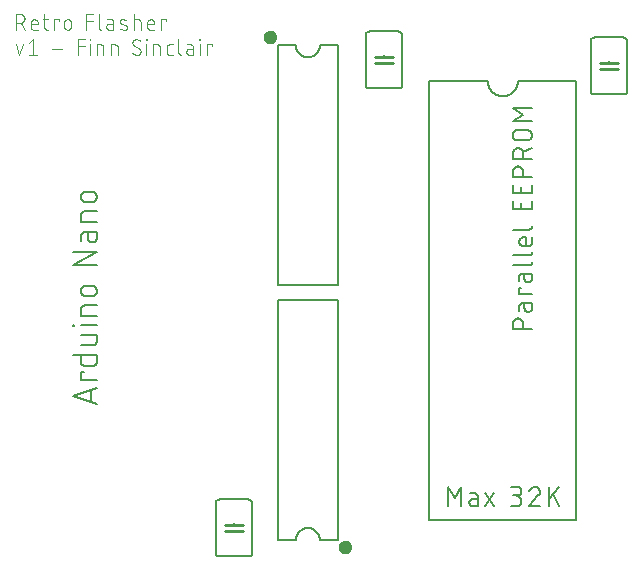
<source format=gto>
G75*
%MOIN*%
%OFA0B0*%
%FSLAX25Y25*%
%IPPOS*%
%LPD*%
%AMOC8*
5,1,8,0,0,1.08239X$1,22.5*
%
%ADD10C,0.00400*%
%ADD11C,0.00700*%
%ADD12C,0.00600*%
%ADD13C,0.00800*%
%ADD14C,0.00500*%
%ADD15C,0.01000*%
D10*
X0052197Y0178000D02*
X0053353Y0181467D01*
X0055289Y0182044D02*
X0056733Y0183200D01*
X0056733Y0178000D01*
X0055289Y0178000D02*
X0058178Y0178000D01*
X0063064Y0180022D02*
X0066531Y0180022D01*
X0071594Y0180889D02*
X0073905Y0180889D01*
X0075717Y0181467D02*
X0075717Y0178000D01*
X0077922Y0178000D02*
X0077922Y0181467D01*
X0079366Y0181467D01*
X0079423Y0181465D01*
X0079479Y0181460D01*
X0079535Y0181450D01*
X0079590Y0181437D01*
X0079645Y0181421D01*
X0079698Y0181401D01*
X0079749Y0181378D01*
X0079799Y0181351D01*
X0079848Y0181321D01*
X0079894Y0181288D01*
X0079938Y0181252D01*
X0079979Y0181213D01*
X0080018Y0181172D01*
X0080054Y0181128D01*
X0080087Y0181082D01*
X0080117Y0181034D01*
X0080144Y0180983D01*
X0080167Y0180932D01*
X0080187Y0180879D01*
X0080203Y0180824D01*
X0080216Y0180769D01*
X0080226Y0180713D01*
X0080231Y0180657D01*
X0080233Y0180600D01*
X0080233Y0178000D01*
X0082626Y0178000D02*
X0082626Y0181467D01*
X0084070Y0181467D01*
X0084127Y0181465D01*
X0084183Y0181460D01*
X0084239Y0181450D01*
X0084294Y0181437D01*
X0084349Y0181421D01*
X0084402Y0181401D01*
X0084453Y0181378D01*
X0084503Y0181351D01*
X0084552Y0181321D01*
X0084598Y0181288D01*
X0084642Y0181252D01*
X0084683Y0181213D01*
X0084722Y0181172D01*
X0084758Y0181128D01*
X0084791Y0181082D01*
X0084821Y0181034D01*
X0084848Y0180983D01*
X0084871Y0180932D01*
X0084891Y0180879D01*
X0084907Y0180824D01*
X0084920Y0180769D01*
X0084930Y0180713D01*
X0084935Y0180657D01*
X0084937Y0180600D01*
X0084937Y0178000D01*
X0090451Y0181033D02*
X0092040Y0180167D01*
X0091462Y0178000D02*
X0091366Y0178002D01*
X0091269Y0178008D01*
X0091174Y0178017D01*
X0091078Y0178030D01*
X0090983Y0178047D01*
X0090889Y0178068D01*
X0090796Y0178093D01*
X0090704Y0178121D01*
X0090613Y0178152D01*
X0090523Y0178188D01*
X0090435Y0178227D01*
X0090348Y0178269D01*
X0090263Y0178314D01*
X0090180Y0178363D01*
X0090099Y0178416D01*
X0090021Y0178471D01*
X0089944Y0178529D01*
X0089870Y0178591D01*
X0089798Y0178655D01*
X0089729Y0178722D01*
X0092040Y0180167D02*
X0092097Y0180131D01*
X0092153Y0180092D01*
X0092205Y0180050D01*
X0092256Y0180004D01*
X0092303Y0179956D01*
X0092348Y0179905D01*
X0092389Y0179852D01*
X0092428Y0179796D01*
X0092463Y0179738D01*
X0092495Y0179679D01*
X0092524Y0179617D01*
X0092548Y0179554D01*
X0092570Y0179490D01*
X0092587Y0179424D01*
X0092600Y0179358D01*
X0092610Y0179291D01*
X0092616Y0179224D01*
X0092618Y0179156D01*
X0092616Y0179089D01*
X0092610Y0179022D01*
X0092600Y0178955D01*
X0092587Y0178889D01*
X0092569Y0178824D01*
X0092548Y0178761D01*
X0092523Y0178698D01*
X0092495Y0178637D01*
X0092463Y0178578D01*
X0092428Y0178521D01*
X0092389Y0178466D01*
X0092348Y0178413D01*
X0092303Y0178363D01*
X0092255Y0178315D01*
X0092205Y0178270D01*
X0092152Y0178229D01*
X0092097Y0178190D01*
X0092040Y0178155D01*
X0091981Y0178123D01*
X0091920Y0178095D01*
X0091857Y0178070D01*
X0091794Y0178049D01*
X0091729Y0178031D01*
X0091663Y0178018D01*
X0091596Y0178008D01*
X0091529Y0178002D01*
X0091462Y0178000D01*
X0092329Y0182767D02*
X0092258Y0182817D01*
X0092186Y0182865D01*
X0092111Y0182910D01*
X0092035Y0182952D01*
X0091957Y0182991D01*
X0091877Y0183027D01*
X0091796Y0183060D01*
X0091714Y0183089D01*
X0091631Y0183115D01*
X0091547Y0183137D01*
X0091462Y0183156D01*
X0091376Y0183172D01*
X0091290Y0183184D01*
X0091203Y0183193D01*
X0091116Y0183198D01*
X0091029Y0183200D01*
X0090962Y0183198D01*
X0090895Y0183192D01*
X0090828Y0183182D01*
X0090762Y0183169D01*
X0090697Y0183151D01*
X0090634Y0183130D01*
X0090571Y0183105D01*
X0090510Y0183077D01*
X0090451Y0183045D01*
X0090394Y0183010D01*
X0090339Y0182971D01*
X0090286Y0182930D01*
X0090236Y0182885D01*
X0090188Y0182837D01*
X0090143Y0182787D01*
X0090102Y0182734D01*
X0090063Y0182679D01*
X0090028Y0182622D01*
X0089996Y0182563D01*
X0089968Y0182502D01*
X0089943Y0182439D01*
X0089922Y0182376D01*
X0089904Y0182311D01*
X0089891Y0182245D01*
X0089881Y0182178D01*
X0089875Y0182111D01*
X0089873Y0182044D01*
X0089875Y0181976D01*
X0089881Y0181909D01*
X0089891Y0181842D01*
X0089904Y0181776D01*
X0089921Y0181710D01*
X0089943Y0181646D01*
X0089967Y0181583D01*
X0089996Y0181521D01*
X0090028Y0181462D01*
X0090063Y0181404D01*
X0090102Y0181348D01*
X0090143Y0181295D01*
X0090188Y0181244D01*
X0090235Y0181196D01*
X0090286Y0181150D01*
X0090338Y0181108D01*
X0090394Y0181069D01*
X0090451Y0181033D01*
X0094533Y0181467D02*
X0094533Y0178000D01*
X0096738Y0178000D02*
X0096738Y0181467D01*
X0098182Y0181467D01*
X0098239Y0181465D01*
X0098295Y0181460D01*
X0098351Y0181450D01*
X0098406Y0181437D01*
X0098461Y0181421D01*
X0098514Y0181401D01*
X0098565Y0181378D01*
X0098615Y0181351D01*
X0098664Y0181321D01*
X0098710Y0181288D01*
X0098754Y0181252D01*
X0098795Y0181213D01*
X0098834Y0181172D01*
X0098870Y0181128D01*
X0098903Y0181082D01*
X0098933Y0181034D01*
X0098960Y0180983D01*
X0098983Y0180932D01*
X0099003Y0180879D01*
X0099019Y0180824D01*
X0099032Y0180769D01*
X0099042Y0180713D01*
X0099047Y0180657D01*
X0099049Y0180600D01*
X0099049Y0178000D01*
X0101279Y0178867D02*
X0101279Y0180600D01*
X0101281Y0180657D01*
X0101286Y0180713D01*
X0101296Y0180769D01*
X0101309Y0180824D01*
X0101325Y0180879D01*
X0101345Y0180932D01*
X0101368Y0180983D01*
X0101395Y0181034D01*
X0101425Y0181082D01*
X0101458Y0181128D01*
X0101494Y0181172D01*
X0101533Y0181213D01*
X0101574Y0181252D01*
X0101618Y0181288D01*
X0101664Y0181321D01*
X0101713Y0181351D01*
X0101763Y0181378D01*
X0101814Y0181401D01*
X0101867Y0181421D01*
X0101922Y0181437D01*
X0101977Y0181450D01*
X0102033Y0181460D01*
X0102089Y0181465D01*
X0102146Y0181467D01*
X0103302Y0181467D01*
X0105209Y0183200D02*
X0105209Y0178867D01*
X0105211Y0178810D01*
X0105216Y0178754D01*
X0105226Y0178698D01*
X0105239Y0178643D01*
X0105255Y0178588D01*
X0105275Y0178535D01*
X0105298Y0178484D01*
X0105325Y0178434D01*
X0105355Y0178385D01*
X0105388Y0178339D01*
X0105424Y0178295D01*
X0105463Y0178254D01*
X0105504Y0178215D01*
X0105548Y0178179D01*
X0105594Y0178146D01*
X0105643Y0178116D01*
X0105693Y0178089D01*
X0105744Y0178066D01*
X0105797Y0178046D01*
X0105852Y0178030D01*
X0105907Y0178017D01*
X0105963Y0178007D01*
X0106019Y0178002D01*
X0106076Y0178000D01*
X0108812Y0178000D02*
X0110112Y0178000D01*
X0110112Y0180600D01*
X0110112Y0180022D02*
X0108812Y0180022D01*
X0110113Y0180600D02*
X0110111Y0180657D01*
X0110106Y0180713D01*
X0110096Y0180769D01*
X0110083Y0180824D01*
X0110067Y0180879D01*
X0110047Y0180932D01*
X0110024Y0180983D01*
X0109997Y0181034D01*
X0109967Y0181082D01*
X0109934Y0181128D01*
X0109898Y0181172D01*
X0109859Y0181213D01*
X0109818Y0181252D01*
X0109774Y0181288D01*
X0109728Y0181321D01*
X0109680Y0181351D01*
X0109629Y0181378D01*
X0109578Y0181401D01*
X0109525Y0181421D01*
X0109470Y0181437D01*
X0109415Y0181450D01*
X0109359Y0181460D01*
X0109303Y0181465D01*
X0109246Y0181467D01*
X0108090Y0181467D01*
X0108812Y0180022D02*
X0108750Y0180020D01*
X0108688Y0180014D01*
X0108626Y0180005D01*
X0108565Y0179991D01*
X0108506Y0179974D01*
X0108447Y0179954D01*
X0108389Y0179929D01*
X0108334Y0179902D01*
X0108280Y0179871D01*
X0108228Y0179836D01*
X0108178Y0179799D01*
X0108131Y0179758D01*
X0108086Y0179715D01*
X0108044Y0179669D01*
X0108005Y0179620D01*
X0107969Y0179569D01*
X0107936Y0179517D01*
X0107907Y0179462D01*
X0107881Y0179405D01*
X0107858Y0179347D01*
X0107840Y0179288D01*
X0107824Y0179227D01*
X0107813Y0179166D01*
X0107805Y0179104D01*
X0107801Y0179042D01*
X0107801Y0178980D01*
X0107805Y0178918D01*
X0107813Y0178856D01*
X0107824Y0178795D01*
X0107840Y0178734D01*
X0107858Y0178675D01*
X0107881Y0178617D01*
X0107907Y0178560D01*
X0107936Y0178506D01*
X0107969Y0178453D01*
X0108005Y0178402D01*
X0108044Y0178353D01*
X0108086Y0178307D01*
X0108131Y0178264D01*
X0108178Y0178223D01*
X0108228Y0178186D01*
X0108280Y0178151D01*
X0108334Y0178120D01*
X0108389Y0178093D01*
X0108447Y0178068D01*
X0108506Y0178048D01*
X0108565Y0178031D01*
X0108626Y0178017D01*
X0108688Y0178008D01*
X0108750Y0178002D01*
X0108812Y0178000D01*
X0112341Y0178000D02*
X0112341Y0181467D01*
X0112486Y0182911D02*
X0112197Y0182911D01*
X0112197Y0183200D01*
X0112486Y0183200D01*
X0112486Y0182911D01*
X0114573Y0181467D02*
X0116307Y0181467D01*
X0116307Y0180889D01*
X0114573Y0181467D02*
X0114573Y0178000D01*
X0103302Y0178000D02*
X0102146Y0178000D01*
X0102089Y0178002D01*
X0102033Y0178007D01*
X0101977Y0178017D01*
X0101922Y0178030D01*
X0101867Y0178046D01*
X0101814Y0178066D01*
X0101763Y0178089D01*
X0101713Y0178116D01*
X0101664Y0178146D01*
X0101618Y0178179D01*
X0101574Y0178215D01*
X0101533Y0178254D01*
X0101494Y0178295D01*
X0101458Y0178339D01*
X0101425Y0178385D01*
X0101395Y0178434D01*
X0101368Y0178484D01*
X0101345Y0178535D01*
X0101325Y0178588D01*
X0101309Y0178643D01*
X0101296Y0178698D01*
X0101286Y0178754D01*
X0101281Y0178810D01*
X0101279Y0178867D01*
X0094678Y0182911D02*
X0094389Y0182911D01*
X0094389Y0183200D01*
X0094678Y0183200D01*
X0094678Y0182911D01*
X0095679Y0186400D02*
X0097123Y0186400D01*
X0095679Y0186400D02*
X0095622Y0186402D01*
X0095566Y0186407D01*
X0095510Y0186417D01*
X0095455Y0186430D01*
X0095400Y0186446D01*
X0095347Y0186466D01*
X0095296Y0186489D01*
X0095246Y0186516D01*
X0095197Y0186546D01*
X0095151Y0186579D01*
X0095107Y0186615D01*
X0095066Y0186654D01*
X0095027Y0186695D01*
X0094991Y0186739D01*
X0094958Y0186785D01*
X0094928Y0186834D01*
X0094901Y0186884D01*
X0094878Y0186935D01*
X0094858Y0186988D01*
X0094842Y0187043D01*
X0094829Y0187098D01*
X0094819Y0187154D01*
X0094814Y0187210D01*
X0094812Y0187267D01*
X0094812Y0188711D01*
X0094812Y0188133D02*
X0097123Y0188133D01*
X0097123Y0188711D01*
X0097121Y0188778D01*
X0097115Y0188845D01*
X0097105Y0188912D01*
X0097092Y0188978D01*
X0097074Y0189043D01*
X0097053Y0189106D01*
X0097028Y0189169D01*
X0097000Y0189230D01*
X0096968Y0189289D01*
X0096933Y0189346D01*
X0096894Y0189401D01*
X0096853Y0189454D01*
X0096808Y0189504D01*
X0096760Y0189552D01*
X0096710Y0189597D01*
X0096657Y0189638D01*
X0096602Y0189677D01*
X0096545Y0189712D01*
X0096486Y0189744D01*
X0096425Y0189772D01*
X0096362Y0189797D01*
X0096299Y0189818D01*
X0096234Y0189836D01*
X0096168Y0189849D01*
X0096101Y0189859D01*
X0096034Y0189865D01*
X0095967Y0189867D01*
X0095900Y0189865D01*
X0095833Y0189859D01*
X0095766Y0189849D01*
X0095700Y0189836D01*
X0095635Y0189818D01*
X0095572Y0189797D01*
X0095509Y0189772D01*
X0095448Y0189744D01*
X0095389Y0189712D01*
X0095332Y0189677D01*
X0095277Y0189638D01*
X0095224Y0189597D01*
X0095174Y0189552D01*
X0095126Y0189504D01*
X0095081Y0189454D01*
X0095040Y0189401D01*
X0095001Y0189346D01*
X0094966Y0189289D01*
X0094934Y0189230D01*
X0094906Y0189169D01*
X0094881Y0189106D01*
X0094860Y0189043D01*
X0094842Y0188978D01*
X0094829Y0188912D01*
X0094819Y0188845D01*
X0094813Y0188778D01*
X0094811Y0188711D01*
X0092587Y0189000D02*
X0092587Y0186400D01*
X0090276Y0186400D02*
X0090276Y0191600D01*
X0090276Y0189867D02*
X0091720Y0189867D01*
X0091777Y0189865D01*
X0091833Y0189860D01*
X0091889Y0189850D01*
X0091944Y0189837D01*
X0091999Y0189821D01*
X0092052Y0189801D01*
X0092103Y0189778D01*
X0092153Y0189751D01*
X0092202Y0189721D01*
X0092248Y0189688D01*
X0092292Y0189652D01*
X0092333Y0189613D01*
X0092372Y0189572D01*
X0092408Y0189528D01*
X0092441Y0189482D01*
X0092471Y0189434D01*
X0092498Y0189383D01*
X0092521Y0189332D01*
X0092541Y0189279D01*
X0092557Y0189224D01*
X0092570Y0189169D01*
X0092580Y0189113D01*
X0092585Y0189057D01*
X0092587Y0189000D01*
X0087618Y0187844D02*
X0086173Y0188422D01*
X0086173Y0188423D02*
X0086124Y0188444D01*
X0086077Y0188469D01*
X0086032Y0188497D01*
X0085989Y0188529D01*
X0085948Y0188563D01*
X0085910Y0188600D01*
X0085874Y0188640D01*
X0085842Y0188682D01*
X0085812Y0188727D01*
X0085786Y0188773D01*
X0085763Y0188821D01*
X0085744Y0188871D01*
X0085728Y0188922D01*
X0085716Y0188974D01*
X0085708Y0189026D01*
X0085703Y0189079D01*
X0085702Y0189133D01*
X0085705Y0189186D01*
X0085712Y0189239D01*
X0085722Y0189291D01*
X0085736Y0189342D01*
X0085754Y0189393D01*
X0085775Y0189441D01*
X0085800Y0189489D01*
X0085828Y0189534D01*
X0085859Y0189577D01*
X0085893Y0189618D01*
X0085930Y0189656D01*
X0085970Y0189692D01*
X0086012Y0189725D01*
X0086056Y0189755D01*
X0086103Y0189781D01*
X0086151Y0189804D01*
X0086200Y0189824D01*
X0086251Y0189840D01*
X0086303Y0189852D01*
X0086355Y0189861D01*
X0086408Y0189866D01*
X0086462Y0189867D01*
X0085740Y0186688D02*
X0085868Y0186644D01*
X0085997Y0186604D01*
X0086127Y0186567D01*
X0086258Y0186534D01*
X0086390Y0186504D01*
X0086522Y0186478D01*
X0086656Y0186456D01*
X0086790Y0186437D01*
X0086924Y0186422D01*
X0087059Y0186411D01*
X0087194Y0186403D01*
X0087329Y0186400D01*
X0087383Y0186401D01*
X0087436Y0186406D01*
X0087488Y0186415D01*
X0087540Y0186427D01*
X0087591Y0186443D01*
X0087640Y0186463D01*
X0087688Y0186486D01*
X0087735Y0186512D01*
X0087779Y0186542D01*
X0087821Y0186575D01*
X0087861Y0186611D01*
X0087898Y0186649D01*
X0087932Y0186690D01*
X0087963Y0186733D01*
X0087991Y0186778D01*
X0088016Y0186826D01*
X0088037Y0186874D01*
X0088055Y0186925D01*
X0088069Y0186976D01*
X0088079Y0187028D01*
X0088086Y0187081D01*
X0088089Y0187134D01*
X0088088Y0187188D01*
X0088083Y0187241D01*
X0088075Y0187293D01*
X0088063Y0187345D01*
X0088047Y0187396D01*
X0088028Y0187446D01*
X0088005Y0187494D01*
X0087979Y0187540D01*
X0087949Y0187585D01*
X0087917Y0187627D01*
X0087881Y0187667D01*
X0087843Y0187704D01*
X0087802Y0187738D01*
X0087759Y0187770D01*
X0087714Y0187798D01*
X0087667Y0187823D01*
X0087618Y0187844D01*
X0087762Y0189578D02*
X0087659Y0189622D01*
X0087555Y0189663D01*
X0087450Y0189700D01*
X0087343Y0189733D01*
X0087235Y0189763D01*
X0087127Y0189789D01*
X0087017Y0189811D01*
X0086907Y0189830D01*
X0086796Y0189845D01*
X0086685Y0189856D01*
X0086574Y0189863D01*
X0086462Y0189867D01*
X0083490Y0189000D02*
X0083490Y0186400D01*
X0082190Y0186400D01*
X0082128Y0186402D01*
X0082066Y0186408D01*
X0082004Y0186417D01*
X0081943Y0186431D01*
X0081884Y0186448D01*
X0081825Y0186468D01*
X0081767Y0186493D01*
X0081712Y0186520D01*
X0081658Y0186551D01*
X0081606Y0186586D01*
X0081556Y0186623D01*
X0081509Y0186664D01*
X0081464Y0186707D01*
X0081422Y0186753D01*
X0081383Y0186802D01*
X0081347Y0186853D01*
X0081314Y0186906D01*
X0081285Y0186960D01*
X0081259Y0187017D01*
X0081236Y0187075D01*
X0081218Y0187134D01*
X0081202Y0187195D01*
X0081191Y0187256D01*
X0081183Y0187318D01*
X0081179Y0187380D01*
X0081179Y0187442D01*
X0081183Y0187504D01*
X0081191Y0187566D01*
X0081202Y0187627D01*
X0081218Y0187688D01*
X0081236Y0187747D01*
X0081259Y0187805D01*
X0081285Y0187862D01*
X0081314Y0187917D01*
X0081347Y0187969D01*
X0081383Y0188020D01*
X0081422Y0188069D01*
X0081464Y0188115D01*
X0081509Y0188158D01*
X0081556Y0188199D01*
X0081606Y0188236D01*
X0081658Y0188271D01*
X0081712Y0188302D01*
X0081767Y0188329D01*
X0081825Y0188354D01*
X0081884Y0188374D01*
X0081943Y0188391D01*
X0082004Y0188405D01*
X0082066Y0188414D01*
X0082128Y0188420D01*
X0082190Y0188422D01*
X0083490Y0188422D01*
X0083491Y0189000D02*
X0083489Y0189057D01*
X0083484Y0189113D01*
X0083474Y0189169D01*
X0083461Y0189224D01*
X0083445Y0189279D01*
X0083425Y0189332D01*
X0083402Y0189383D01*
X0083375Y0189434D01*
X0083345Y0189482D01*
X0083312Y0189528D01*
X0083276Y0189572D01*
X0083237Y0189613D01*
X0083196Y0189652D01*
X0083152Y0189688D01*
X0083106Y0189721D01*
X0083058Y0189751D01*
X0083007Y0189778D01*
X0082956Y0189801D01*
X0082903Y0189821D01*
X0082848Y0189837D01*
X0082793Y0189850D01*
X0082737Y0189860D01*
X0082681Y0189865D01*
X0082624Y0189867D01*
X0081468Y0189867D01*
X0078587Y0187267D02*
X0078589Y0187210D01*
X0078594Y0187154D01*
X0078604Y0187098D01*
X0078617Y0187043D01*
X0078633Y0186988D01*
X0078653Y0186935D01*
X0078676Y0186884D01*
X0078703Y0186834D01*
X0078733Y0186785D01*
X0078766Y0186739D01*
X0078802Y0186695D01*
X0078841Y0186654D01*
X0078882Y0186615D01*
X0078926Y0186579D01*
X0078972Y0186546D01*
X0079021Y0186516D01*
X0079071Y0186489D01*
X0079122Y0186466D01*
X0079175Y0186446D01*
X0079230Y0186430D01*
X0079285Y0186417D01*
X0079341Y0186407D01*
X0079397Y0186402D01*
X0079454Y0186400D01*
X0078587Y0187267D02*
X0078587Y0191600D01*
X0076684Y0191600D02*
X0074372Y0191600D01*
X0074372Y0186400D01*
X0073905Y0183200D02*
X0071594Y0183200D01*
X0071594Y0178000D01*
X0075573Y0182911D02*
X0075862Y0182911D01*
X0075862Y0183200D01*
X0075573Y0183200D01*
X0075573Y0182911D01*
X0069403Y0187556D02*
X0069403Y0188711D01*
X0069401Y0188778D01*
X0069395Y0188845D01*
X0069385Y0188912D01*
X0069372Y0188978D01*
X0069354Y0189043D01*
X0069333Y0189106D01*
X0069308Y0189169D01*
X0069280Y0189230D01*
X0069248Y0189289D01*
X0069213Y0189346D01*
X0069174Y0189401D01*
X0069133Y0189454D01*
X0069088Y0189504D01*
X0069040Y0189552D01*
X0068990Y0189597D01*
X0068937Y0189638D01*
X0068882Y0189677D01*
X0068825Y0189712D01*
X0068766Y0189744D01*
X0068705Y0189772D01*
X0068642Y0189797D01*
X0068579Y0189818D01*
X0068514Y0189836D01*
X0068448Y0189849D01*
X0068381Y0189859D01*
X0068314Y0189865D01*
X0068247Y0189867D01*
X0068180Y0189865D01*
X0068113Y0189859D01*
X0068046Y0189849D01*
X0067980Y0189836D01*
X0067915Y0189818D01*
X0067852Y0189797D01*
X0067789Y0189772D01*
X0067728Y0189744D01*
X0067669Y0189712D01*
X0067612Y0189677D01*
X0067557Y0189638D01*
X0067504Y0189597D01*
X0067454Y0189552D01*
X0067406Y0189504D01*
X0067361Y0189454D01*
X0067320Y0189401D01*
X0067281Y0189346D01*
X0067246Y0189289D01*
X0067214Y0189230D01*
X0067186Y0189169D01*
X0067161Y0189106D01*
X0067140Y0189043D01*
X0067122Y0188978D01*
X0067109Y0188912D01*
X0067099Y0188845D01*
X0067093Y0188778D01*
X0067091Y0188711D01*
X0067092Y0188711D02*
X0067092Y0187556D01*
X0067091Y0187556D02*
X0067093Y0187489D01*
X0067099Y0187422D01*
X0067109Y0187355D01*
X0067122Y0187289D01*
X0067140Y0187224D01*
X0067161Y0187161D01*
X0067186Y0187098D01*
X0067214Y0187037D01*
X0067246Y0186978D01*
X0067281Y0186921D01*
X0067320Y0186866D01*
X0067361Y0186813D01*
X0067406Y0186763D01*
X0067454Y0186715D01*
X0067504Y0186670D01*
X0067557Y0186629D01*
X0067612Y0186590D01*
X0067669Y0186555D01*
X0067728Y0186523D01*
X0067789Y0186495D01*
X0067852Y0186470D01*
X0067915Y0186449D01*
X0067980Y0186431D01*
X0068046Y0186418D01*
X0068113Y0186408D01*
X0068180Y0186402D01*
X0068247Y0186400D01*
X0068314Y0186402D01*
X0068381Y0186408D01*
X0068448Y0186418D01*
X0068514Y0186431D01*
X0068579Y0186449D01*
X0068642Y0186470D01*
X0068705Y0186495D01*
X0068766Y0186523D01*
X0068825Y0186555D01*
X0068882Y0186590D01*
X0068937Y0186629D01*
X0068990Y0186670D01*
X0069040Y0186715D01*
X0069088Y0186763D01*
X0069133Y0186813D01*
X0069174Y0186866D01*
X0069213Y0186921D01*
X0069248Y0186978D01*
X0069280Y0187037D01*
X0069308Y0187098D01*
X0069333Y0187161D01*
X0069354Y0187224D01*
X0069372Y0187289D01*
X0069385Y0187355D01*
X0069395Y0187422D01*
X0069401Y0187489D01*
X0069403Y0187556D01*
X0065493Y0189289D02*
X0065493Y0189867D01*
X0063760Y0189867D01*
X0063760Y0186400D01*
X0061684Y0186400D02*
X0061395Y0186400D01*
X0061338Y0186402D01*
X0061282Y0186407D01*
X0061226Y0186417D01*
X0061171Y0186430D01*
X0061116Y0186446D01*
X0061063Y0186466D01*
X0061012Y0186489D01*
X0060962Y0186516D01*
X0060913Y0186546D01*
X0060867Y0186579D01*
X0060823Y0186615D01*
X0060782Y0186654D01*
X0060743Y0186695D01*
X0060707Y0186739D01*
X0060674Y0186785D01*
X0060644Y0186833D01*
X0060617Y0186884D01*
X0060594Y0186935D01*
X0060574Y0186988D01*
X0060558Y0187043D01*
X0060545Y0187098D01*
X0060535Y0187154D01*
X0060530Y0187210D01*
X0060528Y0187267D01*
X0060528Y0191600D01*
X0059950Y0189867D02*
X0061684Y0189867D01*
X0058315Y0188711D02*
X0058315Y0188133D01*
X0056004Y0188133D01*
X0056004Y0188711D02*
X0056004Y0187267D01*
X0056006Y0187210D01*
X0056011Y0187154D01*
X0056021Y0187098D01*
X0056034Y0187043D01*
X0056050Y0186988D01*
X0056070Y0186935D01*
X0056093Y0186884D01*
X0056120Y0186834D01*
X0056150Y0186785D01*
X0056183Y0186739D01*
X0056219Y0186695D01*
X0056258Y0186654D01*
X0056299Y0186615D01*
X0056343Y0186579D01*
X0056389Y0186546D01*
X0056438Y0186516D01*
X0056488Y0186489D01*
X0056539Y0186466D01*
X0056592Y0186446D01*
X0056647Y0186430D01*
X0056702Y0186417D01*
X0056758Y0186407D01*
X0056814Y0186402D01*
X0056871Y0186400D01*
X0058315Y0186400D01*
X0058316Y0188711D02*
X0058314Y0188778D01*
X0058308Y0188845D01*
X0058298Y0188912D01*
X0058285Y0188978D01*
X0058267Y0189043D01*
X0058246Y0189106D01*
X0058221Y0189169D01*
X0058193Y0189230D01*
X0058161Y0189289D01*
X0058126Y0189346D01*
X0058087Y0189401D01*
X0058046Y0189454D01*
X0058001Y0189504D01*
X0057953Y0189552D01*
X0057903Y0189597D01*
X0057850Y0189638D01*
X0057795Y0189677D01*
X0057738Y0189712D01*
X0057679Y0189744D01*
X0057618Y0189772D01*
X0057555Y0189797D01*
X0057492Y0189818D01*
X0057427Y0189836D01*
X0057361Y0189849D01*
X0057294Y0189859D01*
X0057227Y0189865D01*
X0057160Y0189867D01*
X0057093Y0189865D01*
X0057026Y0189859D01*
X0056959Y0189849D01*
X0056893Y0189836D01*
X0056828Y0189818D01*
X0056765Y0189797D01*
X0056702Y0189772D01*
X0056641Y0189744D01*
X0056582Y0189712D01*
X0056525Y0189677D01*
X0056470Y0189638D01*
X0056417Y0189597D01*
X0056367Y0189552D01*
X0056319Y0189504D01*
X0056274Y0189454D01*
X0056233Y0189401D01*
X0056194Y0189346D01*
X0056159Y0189289D01*
X0056127Y0189230D01*
X0056099Y0189169D01*
X0056074Y0189106D01*
X0056053Y0189043D01*
X0056035Y0188978D01*
X0056022Y0188912D01*
X0056012Y0188845D01*
X0056006Y0188778D01*
X0056004Y0188711D01*
X0053931Y0186400D02*
X0052775Y0188711D01*
X0052486Y0188711D02*
X0051042Y0188711D01*
X0052486Y0188712D02*
X0052562Y0188714D01*
X0052637Y0188720D01*
X0052712Y0188730D01*
X0052786Y0188744D01*
X0052860Y0188761D01*
X0052932Y0188783D01*
X0053003Y0188808D01*
X0053073Y0188837D01*
X0053142Y0188869D01*
X0053208Y0188905D01*
X0053272Y0188945D01*
X0053335Y0188988D01*
X0053395Y0189034D01*
X0053452Y0189083D01*
X0053507Y0189135D01*
X0053559Y0189190D01*
X0053608Y0189247D01*
X0053654Y0189307D01*
X0053697Y0189370D01*
X0053737Y0189434D01*
X0053773Y0189500D01*
X0053805Y0189569D01*
X0053834Y0189639D01*
X0053859Y0189710D01*
X0053881Y0189782D01*
X0053898Y0189856D01*
X0053912Y0189930D01*
X0053922Y0190005D01*
X0053928Y0190080D01*
X0053930Y0190156D01*
X0053928Y0190232D01*
X0053922Y0190307D01*
X0053912Y0190382D01*
X0053898Y0190456D01*
X0053881Y0190530D01*
X0053859Y0190602D01*
X0053834Y0190673D01*
X0053805Y0190743D01*
X0053773Y0190812D01*
X0053737Y0190878D01*
X0053697Y0190942D01*
X0053654Y0191005D01*
X0053608Y0191065D01*
X0053559Y0191122D01*
X0053507Y0191177D01*
X0053452Y0191229D01*
X0053395Y0191278D01*
X0053335Y0191324D01*
X0053272Y0191367D01*
X0053208Y0191407D01*
X0053142Y0191443D01*
X0053073Y0191475D01*
X0053003Y0191504D01*
X0052932Y0191529D01*
X0052860Y0191551D01*
X0052786Y0191568D01*
X0052712Y0191582D01*
X0052637Y0191592D01*
X0052562Y0191598D01*
X0052486Y0191600D01*
X0051042Y0191600D01*
X0051042Y0186400D01*
X0051042Y0181467D02*
X0052197Y0178000D01*
X0074372Y0189289D02*
X0076684Y0189289D01*
X0099376Y0189867D02*
X0099376Y0186400D01*
X0101109Y0189289D02*
X0101109Y0189867D01*
X0099376Y0189867D01*
D11*
X0077992Y0066917D02*
X0070092Y0064283D01*
X0077992Y0061650D01*
X0076017Y0062308D02*
X0076017Y0066258D01*
X0077992Y0069614D02*
X0072725Y0069614D01*
X0072725Y0072247D01*
X0073603Y0072247D01*
X0074042Y0074423D02*
X0076675Y0074423D01*
X0076746Y0074425D01*
X0076817Y0074431D01*
X0076888Y0074440D01*
X0076958Y0074454D01*
X0077027Y0074471D01*
X0077096Y0074492D01*
X0077162Y0074517D01*
X0077228Y0074545D01*
X0077292Y0074576D01*
X0077354Y0074612D01*
X0077414Y0074650D01*
X0077472Y0074692D01*
X0077528Y0074736D01*
X0077581Y0074784D01*
X0077631Y0074834D01*
X0077679Y0074887D01*
X0077723Y0074943D01*
X0077765Y0075001D01*
X0077803Y0075061D01*
X0077839Y0075123D01*
X0077870Y0075187D01*
X0077898Y0075253D01*
X0077923Y0075319D01*
X0077944Y0075388D01*
X0077961Y0075457D01*
X0077975Y0075527D01*
X0077984Y0075598D01*
X0077990Y0075669D01*
X0077992Y0075740D01*
X0077992Y0077934D01*
X0070092Y0077934D01*
X0072725Y0077934D02*
X0072725Y0075740D01*
X0072727Y0075669D01*
X0072733Y0075598D01*
X0072742Y0075527D01*
X0072756Y0075457D01*
X0072773Y0075388D01*
X0072794Y0075319D01*
X0072819Y0075253D01*
X0072847Y0075187D01*
X0072878Y0075123D01*
X0072914Y0075061D01*
X0072952Y0075001D01*
X0072994Y0074943D01*
X0073038Y0074887D01*
X0073086Y0074834D01*
X0073136Y0074784D01*
X0073189Y0074736D01*
X0073245Y0074692D01*
X0073303Y0074650D01*
X0073363Y0074612D01*
X0073425Y0074576D01*
X0073489Y0074545D01*
X0073555Y0074517D01*
X0073621Y0074492D01*
X0073690Y0074471D01*
X0073759Y0074454D01*
X0073829Y0074440D01*
X0073900Y0074431D01*
X0073971Y0074425D01*
X0074042Y0074423D01*
X0072725Y0081261D02*
X0076675Y0081261D01*
X0076675Y0081260D02*
X0076746Y0081262D01*
X0076817Y0081268D01*
X0076888Y0081277D01*
X0076958Y0081291D01*
X0077027Y0081308D01*
X0077096Y0081329D01*
X0077162Y0081354D01*
X0077228Y0081382D01*
X0077292Y0081413D01*
X0077354Y0081449D01*
X0077414Y0081487D01*
X0077472Y0081529D01*
X0077528Y0081573D01*
X0077581Y0081621D01*
X0077631Y0081671D01*
X0077679Y0081724D01*
X0077723Y0081780D01*
X0077765Y0081838D01*
X0077803Y0081898D01*
X0077839Y0081960D01*
X0077870Y0082024D01*
X0077898Y0082090D01*
X0077923Y0082156D01*
X0077944Y0082225D01*
X0077961Y0082294D01*
X0077975Y0082364D01*
X0077984Y0082435D01*
X0077990Y0082506D01*
X0077992Y0082577D01*
X0077992Y0084772D01*
X0072725Y0084772D01*
X0072725Y0087882D02*
X0077992Y0087882D01*
X0077992Y0090992D02*
X0072725Y0090992D01*
X0072725Y0093187D01*
X0072727Y0093258D01*
X0072733Y0093329D01*
X0072742Y0093400D01*
X0072756Y0093470D01*
X0072773Y0093539D01*
X0072794Y0093608D01*
X0072819Y0093674D01*
X0072847Y0093740D01*
X0072878Y0093804D01*
X0072914Y0093866D01*
X0072952Y0093926D01*
X0072994Y0093984D01*
X0073038Y0094040D01*
X0073086Y0094093D01*
X0073136Y0094143D01*
X0073189Y0094191D01*
X0073245Y0094235D01*
X0073303Y0094277D01*
X0073363Y0094315D01*
X0073425Y0094351D01*
X0073489Y0094382D01*
X0073555Y0094410D01*
X0073621Y0094435D01*
X0073690Y0094456D01*
X0073759Y0094473D01*
X0073829Y0094487D01*
X0073900Y0094496D01*
X0073971Y0094502D01*
X0074042Y0094504D01*
X0074042Y0094503D02*
X0077992Y0094503D01*
X0076236Y0097561D02*
X0074481Y0097561D01*
X0074481Y0097560D02*
X0074399Y0097562D01*
X0074317Y0097568D01*
X0074235Y0097577D01*
X0074154Y0097591D01*
X0074073Y0097608D01*
X0073993Y0097629D01*
X0073915Y0097654D01*
X0073838Y0097682D01*
X0073762Y0097714D01*
X0073687Y0097750D01*
X0073615Y0097788D01*
X0073544Y0097831D01*
X0073476Y0097876D01*
X0073409Y0097925D01*
X0073345Y0097977D01*
X0073284Y0098031D01*
X0073225Y0098089D01*
X0073169Y0098149D01*
X0073115Y0098212D01*
X0073065Y0098277D01*
X0073018Y0098345D01*
X0072974Y0098414D01*
X0072934Y0098486D01*
X0072896Y0098559D01*
X0072863Y0098635D01*
X0072832Y0098711D01*
X0072806Y0098789D01*
X0072783Y0098868D01*
X0072764Y0098948D01*
X0072749Y0099029D01*
X0072737Y0099111D01*
X0072729Y0099193D01*
X0072725Y0099275D01*
X0072725Y0099357D01*
X0072729Y0099439D01*
X0072737Y0099521D01*
X0072749Y0099603D01*
X0072764Y0099684D01*
X0072783Y0099764D01*
X0072806Y0099843D01*
X0072832Y0099921D01*
X0072863Y0099997D01*
X0072896Y0100073D01*
X0072934Y0100146D01*
X0072974Y0100218D01*
X0073018Y0100287D01*
X0073065Y0100355D01*
X0073115Y0100420D01*
X0073169Y0100483D01*
X0073225Y0100543D01*
X0073284Y0100601D01*
X0073345Y0100655D01*
X0073409Y0100707D01*
X0073476Y0100756D01*
X0073544Y0100801D01*
X0073615Y0100844D01*
X0073687Y0100882D01*
X0073762Y0100918D01*
X0073838Y0100950D01*
X0073915Y0100978D01*
X0073993Y0101003D01*
X0074073Y0101024D01*
X0074154Y0101041D01*
X0074235Y0101055D01*
X0074317Y0101064D01*
X0074399Y0101070D01*
X0074481Y0101072D01*
X0076236Y0101072D01*
X0076318Y0101070D01*
X0076400Y0101064D01*
X0076482Y0101055D01*
X0076563Y0101041D01*
X0076644Y0101024D01*
X0076724Y0101003D01*
X0076802Y0100978D01*
X0076879Y0100950D01*
X0076955Y0100918D01*
X0077030Y0100882D01*
X0077102Y0100844D01*
X0077173Y0100801D01*
X0077241Y0100756D01*
X0077308Y0100707D01*
X0077372Y0100655D01*
X0077433Y0100601D01*
X0077492Y0100543D01*
X0077548Y0100483D01*
X0077602Y0100420D01*
X0077652Y0100355D01*
X0077699Y0100287D01*
X0077743Y0100218D01*
X0077783Y0100146D01*
X0077821Y0100073D01*
X0077854Y0099997D01*
X0077885Y0099921D01*
X0077911Y0099843D01*
X0077934Y0099764D01*
X0077953Y0099684D01*
X0077968Y0099603D01*
X0077980Y0099521D01*
X0077988Y0099439D01*
X0077992Y0099357D01*
X0077992Y0099275D01*
X0077988Y0099193D01*
X0077980Y0099111D01*
X0077968Y0099029D01*
X0077953Y0098948D01*
X0077934Y0098868D01*
X0077911Y0098789D01*
X0077885Y0098711D01*
X0077854Y0098635D01*
X0077821Y0098559D01*
X0077783Y0098486D01*
X0077743Y0098414D01*
X0077699Y0098345D01*
X0077652Y0098277D01*
X0077602Y0098212D01*
X0077548Y0098149D01*
X0077492Y0098089D01*
X0077433Y0098031D01*
X0077372Y0097977D01*
X0077308Y0097925D01*
X0077241Y0097876D01*
X0077173Y0097831D01*
X0077102Y0097788D01*
X0077030Y0097750D01*
X0076955Y0097714D01*
X0076879Y0097682D01*
X0076802Y0097654D01*
X0076724Y0097629D01*
X0076644Y0097608D01*
X0076563Y0097591D01*
X0076482Y0097577D01*
X0076400Y0097568D01*
X0076318Y0097562D01*
X0076236Y0097560D01*
X0070531Y0088101D02*
X0070531Y0087663D01*
X0070092Y0087663D01*
X0070092Y0088101D01*
X0070531Y0088101D01*
X0070092Y0108070D02*
X0077992Y0112459D01*
X0070092Y0112459D01*
X0072725Y0115977D02*
X0072725Y0117733D01*
X0072727Y0117804D01*
X0072733Y0117875D01*
X0072742Y0117946D01*
X0072756Y0118016D01*
X0072773Y0118085D01*
X0072794Y0118154D01*
X0072819Y0118220D01*
X0072847Y0118286D01*
X0072878Y0118350D01*
X0072914Y0118412D01*
X0072952Y0118472D01*
X0072994Y0118530D01*
X0073038Y0118586D01*
X0073086Y0118639D01*
X0073136Y0118689D01*
X0073189Y0118737D01*
X0073245Y0118781D01*
X0073303Y0118823D01*
X0073363Y0118861D01*
X0073425Y0118897D01*
X0073489Y0118928D01*
X0073555Y0118956D01*
X0073621Y0118981D01*
X0073690Y0119002D01*
X0073759Y0119019D01*
X0073829Y0119033D01*
X0073900Y0119042D01*
X0073971Y0119048D01*
X0074042Y0119050D01*
X0077992Y0119050D01*
X0077992Y0117075D01*
X0077990Y0116998D01*
X0077984Y0116922D01*
X0077975Y0116846D01*
X0077962Y0116771D01*
X0077945Y0116696D01*
X0077924Y0116622D01*
X0077899Y0116550D01*
X0077871Y0116478D01*
X0077840Y0116409D01*
X0077805Y0116340D01*
X0077767Y0116274D01*
X0077725Y0116210D01*
X0077680Y0116148D01*
X0077633Y0116088D01*
X0077582Y0116030D01*
X0077528Y0115975D01*
X0077472Y0115923D01*
X0077414Y0115874D01*
X0077353Y0115828D01*
X0077289Y0115785D01*
X0077224Y0115745D01*
X0077157Y0115708D01*
X0077088Y0115675D01*
X0077017Y0115645D01*
X0076945Y0115619D01*
X0076872Y0115596D01*
X0076798Y0115578D01*
X0076723Y0115562D01*
X0076647Y0115551D01*
X0076571Y0115543D01*
X0076494Y0115539D01*
X0076418Y0115539D01*
X0076341Y0115543D01*
X0076265Y0115551D01*
X0076189Y0115562D01*
X0076114Y0115578D01*
X0076040Y0115596D01*
X0075967Y0115619D01*
X0075895Y0115645D01*
X0075824Y0115675D01*
X0075755Y0115708D01*
X0075688Y0115745D01*
X0075623Y0115785D01*
X0075559Y0115828D01*
X0075498Y0115874D01*
X0075440Y0115923D01*
X0075384Y0115975D01*
X0075330Y0116030D01*
X0075279Y0116088D01*
X0075232Y0116148D01*
X0075187Y0116210D01*
X0075145Y0116274D01*
X0075107Y0116340D01*
X0075072Y0116409D01*
X0075041Y0116478D01*
X0075013Y0116550D01*
X0074988Y0116622D01*
X0074967Y0116696D01*
X0074950Y0116771D01*
X0074937Y0116846D01*
X0074928Y0116922D01*
X0074922Y0116998D01*
X0074920Y0117075D01*
X0074920Y0119050D01*
X0072725Y0122376D02*
X0072725Y0124570D01*
X0072727Y0124641D01*
X0072733Y0124712D01*
X0072742Y0124783D01*
X0072756Y0124853D01*
X0072773Y0124922D01*
X0072794Y0124991D01*
X0072819Y0125057D01*
X0072847Y0125123D01*
X0072878Y0125187D01*
X0072914Y0125249D01*
X0072952Y0125309D01*
X0072994Y0125367D01*
X0073038Y0125423D01*
X0073086Y0125476D01*
X0073136Y0125526D01*
X0073189Y0125574D01*
X0073245Y0125618D01*
X0073303Y0125660D01*
X0073363Y0125698D01*
X0073425Y0125734D01*
X0073489Y0125765D01*
X0073555Y0125793D01*
X0073621Y0125818D01*
X0073690Y0125839D01*
X0073759Y0125856D01*
X0073829Y0125870D01*
X0073900Y0125879D01*
X0073971Y0125885D01*
X0074042Y0125887D01*
X0077992Y0125887D01*
X0076236Y0128945D02*
X0074481Y0128945D01*
X0074481Y0128944D02*
X0074399Y0128946D01*
X0074317Y0128952D01*
X0074235Y0128961D01*
X0074154Y0128975D01*
X0074073Y0128992D01*
X0073993Y0129013D01*
X0073915Y0129038D01*
X0073838Y0129066D01*
X0073762Y0129098D01*
X0073687Y0129134D01*
X0073615Y0129172D01*
X0073544Y0129215D01*
X0073476Y0129260D01*
X0073409Y0129309D01*
X0073345Y0129361D01*
X0073284Y0129415D01*
X0073225Y0129473D01*
X0073169Y0129533D01*
X0073115Y0129596D01*
X0073065Y0129661D01*
X0073018Y0129729D01*
X0072974Y0129798D01*
X0072934Y0129870D01*
X0072896Y0129943D01*
X0072863Y0130019D01*
X0072832Y0130095D01*
X0072806Y0130173D01*
X0072783Y0130252D01*
X0072764Y0130332D01*
X0072749Y0130413D01*
X0072737Y0130495D01*
X0072729Y0130577D01*
X0072725Y0130659D01*
X0072725Y0130741D01*
X0072729Y0130823D01*
X0072737Y0130905D01*
X0072749Y0130987D01*
X0072764Y0131068D01*
X0072783Y0131148D01*
X0072806Y0131227D01*
X0072832Y0131305D01*
X0072863Y0131381D01*
X0072896Y0131457D01*
X0072934Y0131530D01*
X0072974Y0131602D01*
X0073018Y0131671D01*
X0073065Y0131739D01*
X0073115Y0131804D01*
X0073169Y0131867D01*
X0073225Y0131927D01*
X0073284Y0131985D01*
X0073345Y0132039D01*
X0073409Y0132091D01*
X0073476Y0132140D01*
X0073544Y0132185D01*
X0073615Y0132228D01*
X0073687Y0132266D01*
X0073762Y0132302D01*
X0073838Y0132334D01*
X0073915Y0132362D01*
X0073993Y0132387D01*
X0074073Y0132408D01*
X0074154Y0132425D01*
X0074235Y0132439D01*
X0074317Y0132448D01*
X0074399Y0132454D01*
X0074481Y0132456D01*
X0076236Y0132456D01*
X0076318Y0132454D01*
X0076400Y0132448D01*
X0076482Y0132439D01*
X0076563Y0132425D01*
X0076644Y0132408D01*
X0076724Y0132387D01*
X0076802Y0132362D01*
X0076879Y0132334D01*
X0076955Y0132302D01*
X0077030Y0132266D01*
X0077102Y0132228D01*
X0077173Y0132185D01*
X0077241Y0132140D01*
X0077308Y0132091D01*
X0077372Y0132039D01*
X0077433Y0131985D01*
X0077492Y0131927D01*
X0077548Y0131867D01*
X0077602Y0131804D01*
X0077652Y0131739D01*
X0077699Y0131671D01*
X0077743Y0131602D01*
X0077783Y0131530D01*
X0077821Y0131457D01*
X0077854Y0131381D01*
X0077885Y0131305D01*
X0077911Y0131227D01*
X0077934Y0131148D01*
X0077953Y0131068D01*
X0077968Y0130987D01*
X0077980Y0130905D01*
X0077988Y0130823D01*
X0077992Y0130741D01*
X0077992Y0130659D01*
X0077988Y0130577D01*
X0077980Y0130495D01*
X0077968Y0130413D01*
X0077953Y0130332D01*
X0077934Y0130252D01*
X0077911Y0130173D01*
X0077885Y0130095D01*
X0077854Y0130019D01*
X0077821Y0129943D01*
X0077783Y0129870D01*
X0077743Y0129798D01*
X0077699Y0129729D01*
X0077652Y0129661D01*
X0077602Y0129596D01*
X0077548Y0129533D01*
X0077492Y0129473D01*
X0077433Y0129415D01*
X0077372Y0129361D01*
X0077308Y0129309D01*
X0077241Y0129260D01*
X0077173Y0129215D01*
X0077102Y0129172D01*
X0077030Y0129134D01*
X0076955Y0129098D01*
X0076879Y0129066D01*
X0076802Y0129038D01*
X0076724Y0129013D01*
X0076644Y0128992D01*
X0076563Y0128975D01*
X0076482Y0128961D01*
X0076400Y0128952D01*
X0076318Y0128946D01*
X0076236Y0128944D01*
X0077992Y0122376D02*
X0072725Y0122376D01*
X0070092Y0108070D02*
X0077992Y0108070D01*
D12*
X0167642Y0167800D02*
X0167642Y0184800D01*
X0167644Y0184860D01*
X0167649Y0184921D01*
X0167658Y0184980D01*
X0167671Y0185039D01*
X0167687Y0185098D01*
X0167707Y0185155D01*
X0167730Y0185210D01*
X0167757Y0185265D01*
X0167786Y0185317D01*
X0167819Y0185368D01*
X0167855Y0185417D01*
X0167893Y0185463D01*
X0167935Y0185507D01*
X0167979Y0185549D01*
X0168025Y0185587D01*
X0168074Y0185623D01*
X0168125Y0185656D01*
X0168177Y0185685D01*
X0168232Y0185712D01*
X0168287Y0185735D01*
X0168344Y0185755D01*
X0168403Y0185771D01*
X0168462Y0185784D01*
X0168521Y0185793D01*
X0168582Y0185798D01*
X0168642Y0185800D01*
X0178642Y0185800D01*
X0178702Y0185798D01*
X0178763Y0185793D01*
X0178822Y0185784D01*
X0178881Y0185771D01*
X0178940Y0185755D01*
X0178997Y0185735D01*
X0179052Y0185712D01*
X0179107Y0185685D01*
X0179159Y0185656D01*
X0179210Y0185623D01*
X0179259Y0185587D01*
X0179305Y0185549D01*
X0179349Y0185507D01*
X0179391Y0185463D01*
X0179429Y0185417D01*
X0179465Y0185368D01*
X0179498Y0185317D01*
X0179527Y0185265D01*
X0179554Y0185210D01*
X0179577Y0185155D01*
X0179597Y0185098D01*
X0179613Y0185039D01*
X0179626Y0184980D01*
X0179635Y0184921D01*
X0179640Y0184860D01*
X0179642Y0184800D01*
X0179642Y0167800D01*
X0179640Y0167740D01*
X0179635Y0167679D01*
X0179626Y0167620D01*
X0179613Y0167561D01*
X0179597Y0167502D01*
X0179577Y0167445D01*
X0179554Y0167390D01*
X0179527Y0167335D01*
X0179498Y0167283D01*
X0179465Y0167232D01*
X0179429Y0167183D01*
X0179391Y0167137D01*
X0179349Y0167093D01*
X0179305Y0167051D01*
X0179259Y0167013D01*
X0179210Y0166977D01*
X0179159Y0166944D01*
X0179107Y0166915D01*
X0179052Y0166888D01*
X0178997Y0166865D01*
X0178940Y0166845D01*
X0178881Y0166829D01*
X0178822Y0166816D01*
X0178763Y0166807D01*
X0178702Y0166802D01*
X0178642Y0166800D01*
X0168642Y0166800D01*
X0168582Y0166802D01*
X0168521Y0166807D01*
X0168462Y0166816D01*
X0168403Y0166829D01*
X0168344Y0166845D01*
X0168287Y0166865D01*
X0168232Y0166888D01*
X0168177Y0166915D01*
X0168125Y0166944D01*
X0168074Y0166977D01*
X0168025Y0167013D01*
X0167979Y0167051D01*
X0167935Y0167093D01*
X0167893Y0167137D01*
X0167855Y0167183D01*
X0167819Y0167232D01*
X0167786Y0167283D01*
X0167757Y0167335D01*
X0167730Y0167390D01*
X0167707Y0167445D01*
X0167687Y0167502D01*
X0167671Y0167561D01*
X0167658Y0167620D01*
X0167649Y0167679D01*
X0167644Y0167740D01*
X0167642Y0167800D01*
X0173642Y0174800D02*
X0173642Y0175300D01*
X0173642Y0177300D02*
X0173642Y0177800D01*
X0188842Y0169300D02*
X0208342Y0169300D01*
X0208344Y0169160D01*
X0208350Y0169020D01*
X0208360Y0168880D01*
X0208373Y0168740D01*
X0208391Y0168601D01*
X0208413Y0168462D01*
X0208438Y0168325D01*
X0208467Y0168187D01*
X0208500Y0168051D01*
X0208537Y0167916D01*
X0208578Y0167782D01*
X0208623Y0167649D01*
X0208671Y0167517D01*
X0208723Y0167387D01*
X0208778Y0167258D01*
X0208837Y0167131D01*
X0208900Y0167005D01*
X0208966Y0166881D01*
X0209035Y0166760D01*
X0209108Y0166640D01*
X0209185Y0166522D01*
X0209264Y0166407D01*
X0209347Y0166293D01*
X0209433Y0166183D01*
X0209522Y0166074D01*
X0209614Y0165968D01*
X0209709Y0165865D01*
X0209806Y0165764D01*
X0209907Y0165667D01*
X0210010Y0165572D01*
X0210116Y0165480D01*
X0210225Y0165391D01*
X0210335Y0165305D01*
X0210449Y0165222D01*
X0210564Y0165143D01*
X0210682Y0165066D01*
X0210802Y0164993D01*
X0210923Y0164924D01*
X0211047Y0164858D01*
X0211173Y0164795D01*
X0211300Y0164736D01*
X0211429Y0164681D01*
X0211559Y0164629D01*
X0211691Y0164581D01*
X0211824Y0164536D01*
X0211958Y0164495D01*
X0212093Y0164458D01*
X0212229Y0164425D01*
X0212367Y0164396D01*
X0212504Y0164371D01*
X0212643Y0164349D01*
X0212782Y0164331D01*
X0212922Y0164318D01*
X0213062Y0164308D01*
X0213202Y0164302D01*
X0213342Y0164300D01*
X0213482Y0164302D01*
X0213622Y0164308D01*
X0213762Y0164318D01*
X0213902Y0164331D01*
X0214041Y0164349D01*
X0214180Y0164371D01*
X0214317Y0164396D01*
X0214455Y0164425D01*
X0214591Y0164458D01*
X0214726Y0164495D01*
X0214860Y0164536D01*
X0214993Y0164581D01*
X0215125Y0164629D01*
X0215255Y0164681D01*
X0215384Y0164736D01*
X0215511Y0164795D01*
X0215637Y0164858D01*
X0215761Y0164924D01*
X0215882Y0164993D01*
X0216002Y0165066D01*
X0216120Y0165143D01*
X0216235Y0165222D01*
X0216349Y0165305D01*
X0216459Y0165391D01*
X0216568Y0165480D01*
X0216674Y0165572D01*
X0216777Y0165667D01*
X0216878Y0165764D01*
X0216975Y0165865D01*
X0217070Y0165968D01*
X0217162Y0166074D01*
X0217251Y0166183D01*
X0217337Y0166293D01*
X0217420Y0166407D01*
X0217499Y0166522D01*
X0217576Y0166640D01*
X0217649Y0166760D01*
X0217718Y0166881D01*
X0217784Y0167005D01*
X0217847Y0167131D01*
X0217906Y0167258D01*
X0217961Y0167387D01*
X0218013Y0167517D01*
X0218061Y0167649D01*
X0218106Y0167782D01*
X0218147Y0167916D01*
X0218184Y0168051D01*
X0218217Y0168187D01*
X0218246Y0168325D01*
X0218271Y0168462D01*
X0218293Y0168601D01*
X0218311Y0168740D01*
X0218324Y0168880D01*
X0218334Y0169020D01*
X0218340Y0169160D01*
X0218342Y0169300D01*
X0237842Y0169300D01*
X0237842Y0022800D01*
X0188842Y0022800D01*
X0188842Y0169300D01*
X0216642Y0160174D02*
X0223042Y0160174D01*
X0220197Y0158040D02*
X0216642Y0160174D01*
X0220197Y0158040D02*
X0216642Y0155907D01*
X0223042Y0155907D01*
X0221264Y0153049D02*
X0218420Y0153049D01*
X0218337Y0153047D01*
X0218254Y0153041D01*
X0218171Y0153031D01*
X0218088Y0153018D01*
X0218007Y0153000D01*
X0217926Y0152979D01*
X0217847Y0152954D01*
X0217769Y0152925D01*
X0217692Y0152893D01*
X0217617Y0152857D01*
X0217543Y0152818D01*
X0217472Y0152775D01*
X0217402Y0152729D01*
X0217335Y0152679D01*
X0217270Y0152627D01*
X0217208Y0152572D01*
X0217148Y0152513D01*
X0217091Y0152452D01*
X0217037Y0152389D01*
X0216986Y0152323D01*
X0216939Y0152254D01*
X0216894Y0152184D01*
X0216853Y0152111D01*
X0216816Y0152037D01*
X0216781Y0151961D01*
X0216751Y0151883D01*
X0216724Y0151805D01*
X0216701Y0151724D01*
X0216681Y0151643D01*
X0216666Y0151561D01*
X0216654Y0151479D01*
X0216646Y0151396D01*
X0216642Y0151313D01*
X0216642Y0151229D01*
X0216646Y0151146D01*
X0216654Y0151063D01*
X0216666Y0150981D01*
X0216681Y0150899D01*
X0216701Y0150818D01*
X0216724Y0150737D01*
X0216751Y0150659D01*
X0216781Y0150581D01*
X0216816Y0150505D01*
X0216853Y0150431D01*
X0216894Y0150358D01*
X0216939Y0150288D01*
X0216986Y0150219D01*
X0217037Y0150153D01*
X0217091Y0150090D01*
X0217148Y0150029D01*
X0217208Y0149970D01*
X0217270Y0149915D01*
X0217335Y0149863D01*
X0217402Y0149813D01*
X0217472Y0149767D01*
X0217543Y0149724D01*
X0217617Y0149685D01*
X0217692Y0149649D01*
X0217769Y0149617D01*
X0217847Y0149588D01*
X0217926Y0149563D01*
X0218007Y0149542D01*
X0218088Y0149524D01*
X0218171Y0149511D01*
X0218254Y0149501D01*
X0218337Y0149495D01*
X0218420Y0149493D01*
X0221264Y0149493D01*
X0221347Y0149495D01*
X0221430Y0149501D01*
X0221513Y0149511D01*
X0221596Y0149524D01*
X0221677Y0149542D01*
X0221758Y0149563D01*
X0221837Y0149588D01*
X0221915Y0149617D01*
X0221992Y0149649D01*
X0222067Y0149685D01*
X0222141Y0149724D01*
X0222212Y0149767D01*
X0222282Y0149813D01*
X0222349Y0149863D01*
X0222414Y0149915D01*
X0222476Y0149970D01*
X0222536Y0150029D01*
X0222593Y0150090D01*
X0222647Y0150153D01*
X0222698Y0150219D01*
X0222745Y0150288D01*
X0222790Y0150358D01*
X0222831Y0150431D01*
X0222868Y0150505D01*
X0222903Y0150581D01*
X0222933Y0150659D01*
X0222960Y0150737D01*
X0222983Y0150818D01*
X0223003Y0150899D01*
X0223018Y0150981D01*
X0223030Y0151063D01*
X0223038Y0151146D01*
X0223042Y0151229D01*
X0223042Y0151313D01*
X0223038Y0151396D01*
X0223030Y0151479D01*
X0223018Y0151561D01*
X0223003Y0151643D01*
X0222983Y0151724D01*
X0222960Y0151805D01*
X0222933Y0151883D01*
X0222903Y0151961D01*
X0222868Y0152037D01*
X0222831Y0152111D01*
X0222790Y0152184D01*
X0222745Y0152254D01*
X0222698Y0152323D01*
X0222647Y0152389D01*
X0222593Y0152452D01*
X0222536Y0152513D01*
X0222476Y0152572D01*
X0222414Y0152627D01*
X0222349Y0152679D01*
X0222282Y0152729D01*
X0222212Y0152775D01*
X0222141Y0152818D01*
X0222067Y0152857D01*
X0221992Y0152893D01*
X0221915Y0152925D01*
X0221837Y0152954D01*
X0221758Y0152979D01*
X0221677Y0153000D01*
X0221596Y0153018D01*
X0221513Y0153031D01*
X0221430Y0153041D01*
X0221347Y0153047D01*
X0221264Y0153049D01*
X0223042Y0146931D02*
X0220197Y0145508D01*
X0220197Y0145153D02*
X0220197Y0143375D01*
X0220198Y0145153D02*
X0220196Y0145236D01*
X0220190Y0145319D01*
X0220180Y0145402D01*
X0220167Y0145485D01*
X0220149Y0145566D01*
X0220128Y0145647D01*
X0220103Y0145726D01*
X0220074Y0145804D01*
X0220042Y0145881D01*
X0220006Y0145956D01*
X0219967Y0146030D01*
X0219924Y0146101D01*
X0219878Y0146171D01*
X0219828Y0146238D01*
X0219776Y0146303D01*
X0219721Y0146365D01*
X0219662Y0146425D01*
X0219601Y0146482D01*
X0219538Y0146536D01*
X0219472Y0146587D01*
X0219403Y0146634D01*
X0219333Y0146679D01*
X0219260Y0146720D01*
X0219186Y0146757D01*
X0219110Y0146792D01*
X0219032Y0146822D01*
X0218954Y0146849D01*
X0218873Y0146872D01*
X0218792Y0146892D01*
X0218710Y0146907D01*
X0218628Y0146919D01*
X0218545Y0146927D01*
X0218462Y0146931D01*
X0218378Y0146931D01*
X0218295Y0146927D01*
X0218212Y0146919D01*
X0218130Y0146907D01*
X0218048Y0146892D01*
X0217967Y0146872D01*
X0217886Y0146849D01*
X0217808Y0146822D01*
X0217730Y0146792D01*
X0217654Y0146757D01*
X0217580Y0146720D01*
X0217507Y0146679D01*
X0217437Y0146634D01*
X0217368Y0146587D01*
X0217302Y0146536D01*
X0217239Y0146482D01*
X0217178Y0146425D01*
X0217119Y0146365D01*
X0217064Y0146303D01*
X0217012Y0146238D01*
X0216962Y0146171D01*
X0216916Y0146101D01*
X0216873Y0146030D01*
X0216834Y0145956D01*
X0216798Y0145881D01*
X0216766Y0145804D01*
X0216737Y0145726D01*
X0216712Y0145647D01*
X0216691Y0145566D01*
X0216673Y0145485D01*
X0216660Y0145402D01*
X0216650Y0145319D01*
X0216644Y0145236D01*
X0216642Y0145153D01*
X0216642Y0143375D01*
X0223042Y0143375D01*
X0220197Y0139046D02*
X0220197Y0137268D01*
X0220198Y0139046D02*
X0220196Y0139129D01*
X0220190Y0139212D01*
X0220180Y0139295D01*
X0220167Y0139378D01*
X0220149Y0139459D01*
X0220128Y0139540D01*
X0220103Y0139619D01*
X0220074Y0139697D01*
X0220042Y0139774D01*
X0220006Y0139849D01*
X0219967Y0139923D01*
X0219924Y0139994D01*
X0219878Y0140064D01*
X0219828Y0140131D01*
X0219776Y0140196D01*
X0219721Y0140258D01*
X0219662Y0140318D01*
X0219601Y0140375D01*
X0219538Y0140429D01*
X0219472Y0140480D01*
X0219403Y0140527D01*
X0219333Y0140572D01*
X0219260Y0140613D01*
X0219186Y0140650D01*
X0219110Y0140685D01*
X0219032Y0140715D01*
X0218954Y0140742D01*
X0218873Y0140765D01*
X0218792Y0140785D01*
X0218710Y0140800D01*
X0218628Y0140812D01*
X0218545Y0140820D01*
X0218462Y0140824D01*
X0218378Y0140824D01*
X0218295Y0140820D01*
X0218212Y0140812D01*
X0218130Y0140800D01*
X0218048Y0140785D01*
X0217967Y0140765D01*
X0217886Y0140742D01*
X0217808Y0140715D01*
X0217730Y0140685D01*
X0217654Y0140650D01*
X0217580Y0140613D01*
X0217507Y0140572D01*
X0217437Y0140527D01*
X0217368Y0140480D01*
X0217302Y0140429D01*
X0217239Y0140375D01*
X0217178Y0140318D01*
X0217119Y0140258D01*
X0217064Y0140196D01*
X0217012Y0140131D01*
X0216962Y0140064D01*
X0216916Y0139994D01*
X0216873Y0139923D01*
X0216834Y0139849D01*
X0216798Y0139774D01*
X0216766Y0139697D01*
X0216737Y0139619D01*
X0216712Y0139540D01*
X0216691Y0139459D01*
X0216673Y0139378D01*
X0216660Y0139295D01*
X0216650Y0139212D01*
X0216644Y0139129D01*
X0216642Y0139046D01*
X0216642Y0137268D01*
X0223042Y0137268D01*
X0223042Y0134708D02*
X0223042Y0131863D01*
X0216642Y0131863D01*
X0216642Y0134708D01*
X0219486Y0133997D02*
X0219486Y0131863D01*
X0219486Y0128663D02*
X0219486Y0126530D01*
X0216642Y0126530D02*
X0216642Y0129374D01*
X0216642Y0126530D02*
X0223042Y0126530D01*
X0223042Y0129374D01*
X0223042Y0120854D02*
X0223040Y0120790D01*
X0223034Y0120725D01*
X0223025Y0120662D01*
X0223011Y0120599D01*
X0222994Y0120537D01*
X0222973Y0120476D01*
X0222948Y0120416D01*
X0222920Y0120358D01*
X0222888Y0120302D01*
X0222853Y0120248D01*
X0222815Y0120196D01*
X0222774Y0120146D01*
X0222729Y0120100D01*
X0222683Y0120055D01*
X0222633Y0120014D01*
X0222581Y0119976D01*
X0222527Y0119941D01*
X0222471Y0119909D01*
X0222413Y0119881D01*
X0222353Y0119856D01*
X0222292Y0119835D01*
X0222230Y0119818D01*
X0222167Y0119804D01*
X0222104Y0119795D01*
X0222039Y0119789D01*
X0221975Y0119787D01*
X0216642Y0119787D01*
X0220197Y0117205D02*
X0220908Y0117205D01*
X0220908Y0114360D01*
X0220197Y0114360D02*
X0221975Y0114360D01*
X0222039Y0114362D01*
X0222104Y0114368D01*
X0222167Y0114377D01*
X0222230Y0114391D01*
X0222292Y0114408D01*
X0222353Y0114429D01*
X0222413Y0114454D01*
X0222471Y0114482D01*
X0222527Y0114514D01*
X0222581Y0114549D01*
X0222633Y0114587D01*
X0222683Y0114628D01*
X0222729Y0114673D01*
X0222774Y0114719D01*
X0222815Y0114769D01*
X0222853Y0114821D01*
X0222888Y0114875D01*
X0222920Y0114931D01*
X0222948Y0114989D01*
X0222973Y0115049D01*
X0222994Y0115110D01*
X0223011Y0115172D01*
X0223025Y0115235D01*
X0223034Y0115298D01*
X0223040Y0115363D01*
X0223042Y0115427D01*
X0223042Y0117205D01*
X0220197Y0117205D02*
X0220123Y0117203D01*
X0220048Y0117197D01*
X0219975Y0117187D01*
X0219901Y0117174D01*
X0219829Y0117157D01*
X0219758Y0117135D01*
X0219687Y0117111D01*
X0219619Y0117082D01*
X0219551Y0117050D01*
X0219486Y0117014D01*
X0219423Y0116976D01*
X0219361Y0116933D01*
X0219302Y0116888D01*
X0219245Y0116840D01*
X0219191Y0116789D01*
X0219140Y0116735D01*
X0219092Y0116678D01*
X0219047Y0116619D01*
X0219004Y0116557D01*
X0218966Y0116494D01*
X0218930Y0116429D01*
X0218898Y0116361D01*
X0218869Y0116293D01*
X0218845Y0116222D01*
X0218823Y0116151D01*
X0218806Y0116079D01*
X0218793Y0116005D01*
X0218783Y0115932D01*
X0218777Y0115857D01*
X0218775Y0115783D01*
X0218777Y0115709D01*
X0218783Y0115634D01*
X0218793Y0115561D01*
X0218806Y0115487D01*
X0218823Y0115415D01*
X0218845Y0115344D01*
X0218869Y0115273D01*
X0218898Y0115205D01*
X0218930Y0115137D01*
X0218966Y0115072D01*
X0219004Y0115009D01*
X0219047Y0114947D01*
X0219092Y0114888D01*
X0219140Y0114831D01*
X0219191Y0114777D01*
X0219245Y0114726D01*
X0219302Y0114678D01*
X0219361Y0114633D01*
X0219423Y0114590D01*
X0219486Y0114552D01*
X0219551Y0114516D01*
X0219619Y0114484D01*
X0219687Y0114455D01*
X0219758Y0114431D01*
X0219829Y0114409D01*
X0219901Y0114392D01*
X0219975Y0114379D01*
X0220048Y0114369D01*
X0220123Y0114363D01*
X0220197Y0114361D01*
X0223042Y0112238D02*
X0223040Y0112174D01*
X0223034Y0112109D01*
X0223025Y0112046D01*
X0223011Y0111983D01*
X0222994Y0111921D01*
X0222973Y0111860D01*
X0222948Y0111800D01*
X0222920Y0111742D01*
X0222888Y0111686D01*
X0222853Y0111632D01*
X0222815Y0111580D01*
X0222774Y0111530D01*
X0222729Y0111484D01*
X0222683Y0111439D01*
X0222633Y0111398D01*
X0222581Y0111360D01*
X0222527Y0111325D01*
X0222471Y0111293D01*
X0222413Y0111265D01*
X0222353Y0111240D01*
X0222292Y0111219D01*
X0222230Y0111202D01*
X0222167Y0111188D01*
X0222104Y0111179D01*
X0222039Y0111173D01*
X0221975Y0111171D01*
X0221975Y0111172D02*
X0216642Y0111172D01*
X0216642Y0107889D02*
X0221975Y0107889D01*
X0222039Y0107891D01*
X0222104Y0107897D01*
X0222167Y0107906D01*
X0222230Y0107920D01*
X0222292Y0107937D01*
X0222353Y0107958D01*
X0222413Y0107983D01*
X0222471Y0108011D01*
X0222527Y0108043D01*
X0222581Y0108078D01*
X0222633Y0108116D01*
X0222683Y0108157D01*
X0222729Y0108202D01*
X0222774Y0108248D01*
X0222815Y0108298D01*
X0222853Y0108350D01*
X0222888Y0108404D01*
X0222920Y0108460D01*
X0222948Y0108518D01*
X0222973Y0108578D01*
X0222994Y0108639D01*
X0223011Y0108701D01*
X0223025Y0108764D01*
X0223034Y0108827D01*
X0223040Y0108892D01*
X0223042Y0108956D01*
X0223042Y0105073D02*
X0219842Y0105073D01*
X0220553Y0105073D02*
X0220553Y0103473D01*
X0219842Y0105073D02*
X0219778Y0105071D01*
X0219713Y0105065D01*
X0219650Y0105056D01*
X0219587Y0105042D01*
X0219525Y0105025D01*
X0219464Y0105004D01*
X0219404Y0104979D01*
X0219346Y0104951D01*
X0219290Y0104919D01*
X0219236Y0104884D01*
X0219184Y0104846D01*
X0219134Y0104805D01*
X0219088Y0104760D01*
X0219043Y0104714D01*
X0219002Y0104664D01*
X0218964Y0104612D01*
X0218929Y0104558D01*
X0218897Y0104502D01*
X0218869Y0104444D01*
X0218844Y0104384D01*
X0218823Y0104323D01*
X0218806Y0104261D01*
X0218792Y0104198D01*
X0218783Y0104135D01*
X0218777Y0104070D01*
X0218775Y0104006D01*
X0218775Y0102584D01*
X0218775Y0100322D02*
X0219486Y0100322D01*
X0218775Y0100322D02*
X0218775Y0098188D01*
X0223042Y0098188D01*
X0223042Y0095227D02*
X0219842Y0095227D01*
X0220553Y0095227D02*
X0220553Y0093627D01*
X0219842Y0095227D02*
X0219778Y0095225D01*
X0219713Y0095219D01*
X0219650Y0095210D01*
X0219587Y0095196D01*
X0219525Y0095179D01*
X0219464Y0095158D01*
X0219404Y0095133D01*
X0219346Y0095105D01*
X0219290Y0095073D01*
X0219236Y0095038D01*
X0219184Y0095000D01*
X0219134Y0094959D01*
X0219088Y0094914D01*
X0219043Y0094868D01*
X0219002Y0094818D01*
X0218964Y0094766D01*
X0218929Y0094712D01*
X0218897Y0094656D01*
X0218869Y0094598D01*
X0218844Y0094538D01*
X0218823Y0094477D01*
X0218806Y0094415D01*
X0218792Y0094352D01*
X0218783Y0094289D01*
X0218777Y0094224D01*
X0218775Y0094160D01*
X0218775Y0092738D01*
X0220553Y0093627D02*
X0220555Y0093557D01*
X0220561Y0093488D01*
X0220571Y0093419D01*
X0220584Y0093350D01*
X0220602Y0093283D01*
X0220623Y0093216D01*
X0220648Y0093151D01*
X0220676Y0093087D01*
X0220708Y0093025D01*
X0220744Y0092965D01*
X0220782Y0092907D01*
X0220824Y0092851D01*
X0220869Y0092798D01*
X0220917Y0092747D01*
X0220968Y0092699D01*
X0221021Y0092654D01*
X0221077Y0092612D01*
X0221135Y0092574D01*
X0221195Y0092538D01*
X0221257Y0092506D01*
X0221321Y0092478D01*
X0221386Y0092453D01*
X0221453Y0092432D01*
X0221520Y0092414D01*
X0221589Y0092401D01*
X0221658Y0092391D01*
X0221727Y0092385D01*
X0221797Y0092383D01*
X0221867Y0092385D01*
X0221936Y0092391D01*
X0222005Y0092401D01*
X0222074Y0092414D01*
X0222141Y0092432D01*
X0222208Y0092453D01*
X0222273Y0092478D01*
X0222337Y0092506D01*
X0222399Y0092538D01*
X0222459Y0092574D01*
X0222517Y0092612D01*
X0222573Y0092654D01*
X0222626Y0092699D01*
X0222677Y0092747D01*
X0222725Y0092798D01*
X0222770Y0092851D01*
X0222812Y0092907D01*
X0222850Y0092965D01*
X0222886Y0093025D01*
X0222918Y0093087D01*
X0222946Y0093151D01*
X0222971Y0093216D01*
X0222992Y0093283D01*
X0223010Y0093350D01*
X0223023Y0093419D01*
X0223033Y0093488D01*
X0223039Y0093557D01*
X0223041Y0093627D01*
X0223042Y0093627D02*
X0223042Y0095227D01*
X0220197Y0088378D02*
X0220197Y0086600D01*
X0220198Y0088378D02*
X0220196Y0088461D01*
X0220190Y0088544D01*
X0220180Y0088627D01*
X0220167Y0088710D01*
X0220149Y0088791D01*
X0220128Y0088872D01*
X0220103Y0088951D01*
X0220074Y0089029D01*
X0220042Y0089106D01*
X0220006Y0089181D01*
X0219967Y0089255D01*
X0219924Y0089326D01*
X0219878Y0089396D01*
X0219828Y0089463D01*
X0219776Y0089528D01*
X0219721Y0089590D01*
X0219662Y0089650D01*
X0219601Y0089707D01*
X0219538Y0089761D01*
X0219472Y0089812D01*
X0219403Y0089859D01*
X0219333Y0089904D01*
X0219260Y0089945D01*
X0219186Y0089982D01*
X0219110Y0090017D01*
X0219032Y0090047D01*
X0218954Y0090074D01*
X0218873Y0090097D01*
X0218792Y0090117D01*
X0218710Y0090132D01*
X0218628Y0090144D01*
X0218545Y0090152D01*
X0218462Y0090156D01*
X0218378Y0090156D01*
X0218295Y0090152D01*
X0218212Y0090144D01*
X0218130Y0090132D01*
X0218048Y0090117D01*
X0217967Y0090097D01*
X0217886Y0090074D01*
X0217808Y0090047D01*
X0217730Y0090017D01*
X0217654Y0089982D01*
X0217580Y0089945D01*
X0217507Y0089904D01*
X0217437Y0089859D01*
X0217368Y0089812D01*
X0217302Y0089761D01*
X0217239Y0089707D01*
X0217178Y0089650D01*
X0217119Y0089590D01*
X0217064Y0089528D01*
X0217012Y0089463D01*
X0216962Y0089396D01*
X0216916Y0089326D01*
X0216873Y0089255D01*
X0216834Y0089181D01*
X0216798Y0089106D01*
X0216766Y0089029D01*
X0216737Y0088951D01*
X0216712Y0088872D01*
X0216691Y0088791D01*
X0216673Y0088710D01*
X0216660Y0088627D01*
X0216650Y0088544D01*
X0216644Y0088461D01*
X0216642Y0088378D01*
X0216642Y0086600D01*
X0223042Y0086600D01*
X0223042Y0103473D02*
X0223042Y0105073D01*
X0223041Y0103473D02*
X0223039Y0103403D01*
X0223033Y0103334D01*
X0223023Y0103265D01*
X0223010Y0103196D01*
X0222992Y0103129D01*
X0222971Y0103062D01*
X0222946Y0102997D01*
X0222918Y0102933D01*
X0222886Y0102871D01*
X0222850Y0102811D01*
X0222812Y0102753D01*
X0222770Y0102697D01*
X0222725Y0102644D01*
X0222677Y0102593D01*
X0222626Y0102545D01*
X0222573Y0102500D01*
X0222517Y0102458D01*
X0222459Y0102420D01*
X0222399Y0102384D01*
X0222337Y0102352D01*
X0222273Y0102324D01*
X0222208Y0102299D01*
X0222141Y0102278D01*
X0222074Y0102260D01*
X0222005Y0102247D01*
X0221936Y0102237D01*
X0221867Y0102231D01*
X0221797Y0102229D01*
X0221727Y0102231D01*
X0221658Y0102237D01*
X0221589Y0102247D01*
X0221520Y0102260D01*
X0221453Y0102278D01*
X0221386Y0102299D01*
X0221321Y0102324D01*
X0221257Y0102352D01*
X0221195Y0102384D01*
X0221135Y0102420D01*
X0221077Y0102458D01*
X0221021Y0102500D01*
X0220968Y0102545D01*
X0220917Y0102593D01*
X0220869Y0102644D01*
X0220824Y0102697D01*
X0220782Y0102753D01*
X0220744Y0102811D01*
X0220708Y0102871D01*
X0220676Y0102933D01*
X0220648Y0102997D01*
X0220623Y0103062D01*
X0220602Y0103129D01*
X0220584Y0103196D01*
X0220571Y0103265D01*
X0220561Y0103334D01*
X0220555Y0103403D01*
X0220553Y0103473D01*
X0243642Y0164800D02*
X0253642Y0164800D01*
X0253702Y0164802D01*
X0253763Y0164807D01*
X0253822Y0164816D01*
X0253881Y0164829D01*
X0253940Y0164845D01*
X0253997Y0164865D01*
X0254052Y0164888D01*
X0254107Y0164915D01*
X0254159Y0164944D01*
X0254210Y0164977D01*
X0254259Y0165013D01*
X0254305Y0165051D01*
X0254349Y0165093D01*
X0254391Y0165137D01*
X0254429Y0165183D01*
X0254465Y0165232D01*
X0254498Y0165283D01*
X0254527Y0165335D01*
X0254554Y0165390D01*
X0254577Y0165445D01*
X0254597Y0165502D01*
X0254613Y0165561D01*
X0254626Y0165620D01*
X0254635Y0165679D01*
X0254640Y0165740D01*
X0254642Y0165800D01*
X0254642Y0182800D01*
X0254640Y0182860D01*
X0254635Y0182921D01*
X0254626Y0182980D01*
X0254613Y0183039D01*
X0254597Y0183098D01*
X0254577Y0183155D01*
X0254554Y0183210D01*
X0254527Y0183265D01*
X0254498Y0183317D01*
X0254465Y0183368D01*
X0254429Y0183417D01*
X0254391Y0183463D01*
X0254349Y0183507D01*
X0254305Y0183549D01*
X0254259Y0183587D01*
X0254210Y0183623D01*
X0254159Y0183656D01*
X0254107Y0183685D01*
X0254052Y0183712D01*
X0253997Y0183735D01*
X0253940Y0183755D01*
X0253881Y0183771D01*
X0253822Y0183784D01*
X0253763Y0183793D01*
X0253702Y0183798D01*
X0253642Y0183800D01*
X0243642Y0183800D01*
X0243582Y0183798D01*
X0243521Y0183793D01*
X0243462Y0183784D01*
X0243403Y0183771D01*
X0243344Y0183755D01*
X0243287Y0183735D01*
X0243232Y0183712D01*
X0243177Y0183685D01*
X0243125Y0183656D01*
X0243074Y0183623D01*
X0243025Y0183587D01*
X0242979Y0183549D01*
X0242935Y0183507D01*
X0242893Y0183463D01*
X0242855Y0183417D01*
X0242819Y0183368D01*
X0242786Y0183317D01*
X0242757Y0183265D01*
X0242730Y0183210D01*
X0242707Y0183155D01*
X0242687Y0183098D01*
X0242671Y0183039D01*
X0242658Y0182980D01*
X0242649Y0182921D01*
X0242644Y0182860D01*
X0242642Y0182800D01*
X0242642Y0165800D01*
X0242644Y0165740D01*
X0242649Y0165679D01*
X0242658Y0165620D01*
X0242671Y0165561D01*
X0242687Y0165502D01*
X0242707Y0165445D01*
X0242730Y0165390D01*
X0242757Y0165335D01*
X0242786Y0165283D01*
X0242819Y0165232D01*
X0242855Y0165183D01*
X0242893Y0165137D01*
X0242935Y0165093D01*
X0242979Y0165051D01*
X0243025Y0165013D01*
X0243074Y0164977D01*
X0243125Y0164944D01*
X0243177Y0164915D01*
X0243232Y0164888D01*
X0243287Y0164865D01*
X0243344Y0164845D01*
X0243403Y0164829D01*
X0243462Y0164816D01*
X0243521Y0164807D01*
X0243582Y0164802D01*
X0243642Y0164800D01*
X0248642Y0172800D02*
X0248642Y0173300D01*
X0248642Y0175300D02*
X0248642Y0175800D01*
X0232163Y0034000D02*
X0228607Y0030089D01*
X0230029Y0031511D02*
X0232163Y0027600D01*
X0228607Y0027600D02*
X0228607Y0034000D01*
X0225187Y0031156D02*
X0222165Y0027600D01*
X0225720Y0027600D01*
X0222164Y0032577D02*
X0222193Y0032662D01*
X0222226Y0032745D01*
X0222263Y0032826D01*
X0222303Y0032906D01*
X0222346Y0032983D01*
X0222393Y0033059D01*
X0222443Y0033133D01*
X0222496Y0033205D01*
X0222552Y0033274D01*
X0222611Y0033341D01*
X0222673Y0033405D01*
X0222738Y0033466D01*
X0222805Y0033525D01*
X0222875Y0033580D01*
X0222947Y0033633D01*
X0223021Y0033682D01*
X0223098Y0033728D01*
X0223176Y0033770D01*
X0223256Y0033810D01*
X0223338Y0033845D01*
X0223421Y0033878D01*
X0223505Y0033906D01*
X0223591Y0033931D01*
X0223678Y0033952D01*
X0223765Y0033969D01*
X0223853Y0033983D01*
X0223942Y0033992D01*
X0224031Y0033998D01*
X0224120Y0034000D01*
X0224199Y0033998D01*
X0224277Y0033992D01*
X0224355Y0033983D01*
X0224432Y0033969D01*
X0224509Y0033952D01*
X0224584Y0033931D01*
X0224659Y0033906D01*
X0224732Y0033878D01*
X0224804Y0033846D01*
X0224874Y0033811D01*
X0224943Y0033772D01*
X0225009Y0033730D01*
X0225073Y0033685D01*
X0225135Y0033637D01*
X0225194Y0033586D01*
X0225251Y0033531D01*
X0225306Y0033474D01*
X0225357Y0033415D01*
X0225405Y0033353D01*
X0225450Y0033289D01*
X0225492Y0033223D01*
X0225531Y0033154D01*
X0225566Y0033084D01*
X0225598Y0033012D01*
X0225626Y0032939D01*
X0225651Y0032864D01*
X0225672Y0032789D01*
X0225689Y0032712D01*
X0225703Y0032635D01*
X0225712Y0032557D01*
X0225718Y0032479D01*
X0225720Y0032400D01*
X0225721Y0032400D02*
X0225719Y0032318D01*
X0225713Y0032236D01*
X0225703Y0032155D01*
X0225690Y0032074D01*
X0225672Y0031994D01*
X0225651Y0031915D01*
X0225626Y0031837D01*
X0225598Y0031761D01*
X0225565Y0031685D01*
X0225530Y0031612D01*
X0225490Y0031540D01*
X0225448Y0031470D01*
X0225402Y0031402D01*
X0225353Y0031337D01*
X0225301Y0031274D01*
X0225245Y0031213D01*
X0225188Y0031155D01*
X0218144Y0031156D02*
X0216722Y0031156D01*
X0218144Y0031156D02*
X0218218Y0031158D01*
X0218293Y0031164D01*
X0218366Y0031174D01*
X0218440Y0031187D01*
X0218512Y0031204D01*
X0218583Y0031226D01*
X0218654Y0031250D01*
X0218722Y0031279D01*
X0218790Y0031311D01*
X0218855Y0031347D01*
X0218918Y0031385D01*
X0218980Y0031428D01*
X0219039Y0031473D01*
X0219096Y0031521D01*
X0219150Y0031572D01*
X0219201Y0031626D01*
X0219249Y0031683D01*
X0219294Y0031742D01*
X0219337Y0031804D01*
X0219375Y0031867D01*
X0219411Y0031932D01*
X0219443Y0032000D01*
X0219472Y0032068D01*
X0219496Y0032139D01*
X0219518Y0032210D01*
X0219535Y0032282D01*
X0219548Y0032356D01*
X0219558Y0032429D01*
X0219564Y0032504D01*
X0219566Y0032578D01*
X0219564Y0032652D01*
X0219558Y0032727D01*
X0219548Y0032800D01*
X0219535Y0032874D01*
X0219518Y0032946D01*
X0219496Y0033017D01*
X0219472Y0033088D01*
X0219443Y0033156D01*
X0219411Y0033224D01*
X0219375Y0033289D01*
X0219337Y0033352D01*
X0219294Y0033414D01*
X0219249Y0033473D01*
X0219201Y0033530D01*
X0219150Y0033584D01*
X0219096Y0033635D01*
X0219039Y0033683D01*
X0218980Y0033728D01*
X0218918Y0033771D01*
X0218855Y0033809D01*
X0218790Y0033845D01*
X0218722Y0033877D01*
X0218654Y0033906D01*
X0218583Y0033930D01*
X0218512Y0033952D01*
X0218440Y0033969D01*
X0218366Y0033982D01*
X0218293Y0033992D01*
X0218218Y0033998D01*
X0218144Y0034000D01*
X0216011Y0034000D01*
X0217789Y0031156D02*
X0217872Y0031154D01*
X0217955Y0031148D01*
X0218038Y0031138D01*
X0218121Y0031125D01*
X0218202Y0031107D01*
X0218283Y0031086D01*
X0218362Y0031061D01*
X0218440Y0031032D01*
X0218517Y0031000D01*
X0218592Y0030964D01*
X0218666Y0030925D01*
X0218737Y0030882D01*
X0218807Y0030836D01*
X0218874Y0030786D01*
X0218939Y0030734D01*
X0219001Y0030679D01*
X0219061Y0030620D01*
X0219118Y0030559D01*
X0219172Y0030496D01*
X0219223Y0030430D01*
X0219270Y0030361D01*
X0219315Y0030291D01*
X0219356Y0030218D01*
X0219393Y0030144D01*
X0219428Y0030068D01*
X0219458Y0029990D01*
X0219485Y0029912D01*
X0219508Y0029831D01*
X0219528Y0029750D01*
X0219543Y0029668D01*
X0219555Y0029586D01*
X0219563Y0029503D01*
X0219567Y0029420D01*
X0219567Y0029336D01*
X0219563Y0029253D01*
X0219555Y0029170D01*
X0219543Y0029088D01*
X0219528Y0029006D01*
X0219508Y0028925D01*
X0219485Y0028844D01*
X0219458Y0028766D01*
X0219428Y0028688D01*
X0219393Y0028612D01*
X0219356Y0028538D01*
X0219315Y0028465D01*
X0219270Y0028395D01*
X0219223Y0028326D01*
X0219172Y0028260D01*
X0219118Y0028197D01*
X0219061Y0028136D01*
X0219001Y0028077D01*
X0218939Y0028022D01*
X0218874Y0027970D01*
X0218807Y0027920D01*
X0218737Y0027874D01*
X0218666Y0027831D01*
X0218592Y0027792D01*
X0218517Y0027756D01*
X0218440Y0027724D01*
X0218362Y0027695D01*
X0218283Y0027670D01*
X0218202Y0027649D01*
X0218121Y0027631D01*
X0218038Y0027618D01*
X0217955Y0027608D01*
X0217872Y0027602D01*
X0217789Y0027600D01*
X0216011Y0027600D01*
X0210390Y0027600D02*
X0207546Y0031867D01*
X0205028Y0030800D02*
X0205028Y0027600D01*
X0203428Y0027600D01*
X0203358Y0027602D01*
X0203289Y0027608D01*
X0203220Y0027618D01*
X0203151Y0027631D01*
X0203084Y0027649D01*
X0203017Y0027670D01*
X0202952Y0027695D01*
X0202888Y0027723D01*
X0202826Y0027755D01*
X0202766Y0027791D01*
X0202708Y0027829D01*
X0202652Y0027871D01*
X0202599Y0027916D01*
X0202548Y0027964D01*
X0202500Y0028015D01*
X0202455Y0028068D01*
X0202413Y0028124D01*
X0202375Y0028182D01*
X0202339Y0028242D01*
X0202307Y0028304D01*
X0202279Y0028368D01*
X0202254Y0028433D01*
X0202233Y0028500D01*
X0202215Y0028567D01*
X0202202Y0028636D01*
X0202192Y0028705D01*
X0202186Y0028774D01*
X0202184Y0028844D01*
X0202186Y0028914D01*
X0202192Y0028983D01*
X0202202Y0029052D01*
X0202215Y0029121D01*
X0202233Y0029188D01*
X0202254Y0029255D01*
X0202279Y0029320D01*
X0202307Y0029384D01*
X0202339Y0029446D01*
X0202375Y0029506D01*
X0202413Y0029564D01*
X0202455Y0029620D01*
X0202500Y0029673D01*
X0202548Y0029724D01*
X0202599Y0029772D01*
X0202652Y0029817D01*
X0202708Y0029859D01*
X0202766Y0029897D01*
X0202826Y0029933D01*
X0202888Y0029965D01*
X0202952Y0029993D01*
X0203017Y0030018D01*
X0203084Y0030039D01*
X0203151Y0030057D01*
X0203220Y0030070D01*
X0203289Y0030080D01*
X0203358Y0030086D01*
X0203428Y0030088D01*
X0203428Y0030089D02*
X0205028Y0030089D01*
X0205028Y0030800D02*
X0205026Y0030864D01*
X0205020Y0030929D01*
X0205011Y0030992D01*
X0204997Y0031055D01*
X0204980Y0031117D01*
X0204959Y0031178D01*
X0204934Y0031238D01*
X0204906Y0031296D01*
X0204874Y0031352D01*
X0204839Y0031406D01*
X0204801Y0031458D01*
X0204760Y0031508D01*
X0204715Y0031554D01*
X0204669Y0031599D01*
X0204619Y0031640D01*
X0204567Y0031678D01*
X0204513Y0031713D01*
X0204457Y0031745D01*
X0204399Y0031773D01*
X0204339Y0031798D01*
X0204278Y0031819D01*
X0204216Y0031836D01*
X0204153Y0031850D01*
X0204090Y0031859D01*
X0204025Y0031865D01*
X0203961Y0031867D01*
X0202539Y0031867D01*
X0199408Y0034000D02*
X0199408Y0027600D01*
X0197275Y0030444D02*
X0199408Y0034000D01*
X0197275Y0030444D02*
X0195142Y0034000D01*
X0195142Y0027600D01*
X0207546Y0027600D02*
X0210390Y0031867D01*
X0129642Y0028800D02*
X0129642Y0011800D01*
X0129640Y0011740D01*
X0129635Y0011679D01*
X0129626Y0011620D01*
X0129613Y0011561D01*
X0129597Y0011502D01*
X0129577Y0011445D01*
X0129554Y0011390D01*
X0129527Y0011335D01*
X0129498Y0011283D01*
X0129465Y0011232D01*
X0129429Y0011183D01*
X0129391Y0011137D01*
X0129349Y0011093D01*
X0129305Y0011051D01*
X0129259Y0011013D01*
X0129210Y0010977D01*
X0129159Y0010944D01*
X0129107Y0010915D01*
X0129052Y0010888D01*
X0128997Y0010865D01*
X0128940Y0010845D01*
X0128881Y0010829D01*
X0128822Y0010816D01*
X0128763Y0010807D01*
X0128702Y0010802D01*
X0128642Y0010800D01*
X0118642Y0010800D01*
X0118582Y0010802D01*
X0118521Y0010807D01*
X0118462Y0010816D01*
X0118403Y0010829D01*
X0118344Y0010845D01*
X0118287Y0010865D01*
X0118232Y0010888D01*
X0118177Y0010915D01*
X0118125Y0010944D01*
X0118074Y0010977D01*
X0118025Y0011013D01*
X0117979Y0011051D01*
X0117935Y0011093D01*
X0117893Y0011137D01*
X0117855Y0011183D01*
X0117819Y0011232D01*
X0117786Y0011283D01*
X0117757Y0011335D01*
X0117730Y0011390D01*
X0117707Y0011445D01*
X0117687Y0011502D01*
X0117671Y0011561D01*
X0117658Y0011620D01*
X0117649Y0011679D01*
X0117644Y0011740D01*
X0117642Y0011800D01*
X0117642Y0028800D01*
X0117644Y0028860D01*
X0117649Y0028921D01*
X0117658Y0028980D01*
X0117671Y0029039D01*
X0117687Y0029098D01*
X0117707Y0029155D01*
X0117730Y0029210D01*
X0117757Y0029265D01*
X0117786Y0029317D01*
X0117819Y0029368D01*
X0117855Y0029417D01*
X0117893Y0029463D01*
X0117935Y0029507D01*
X0117979Y0029549D01*
X0118025Y0029587D01*
X0118074Y0029623D01*
X0118125Y0029656D01*
X0118177Y0029685D01*
X0118232Y0029712D01*
X0118287Y0029735D01*
X0118344Y0029755D01*
X0118403Y0029771D01*
X0118462Y0029784D01*
X0118521Y0029793D01*
X0118582Y0029798D01*
X0118642Y0029800D01*
X0128642Y0029800D01*
X0128702Y0029798D01*
X0128763Y0029793D01*
X0128822Y0029784D01*
X0128881Y0029771D01*
X0128940Y0029755D01*
X0128997Y0029735D01*
X0129052Y0029712D01*
X0129107Y0029685D01*
X0129159Y0029656D01*
X0129210Y0029623D01*
X0129259Y0029587D01*
X0129305Y0029549D01*
X0129349Y0029507D01*
X0129391Y0029463D01*
X0129429Y0029417D01*
X0129465Y0029368D01*
X0129498Y0029317D01*
X0129527Y0029265D01*
X0129554Y0029210D01*
X0129577Y0029155D01*
X0129597Y0029098D01*
X0129613Y0029039D01*
X0129626Y0028980D01*
X0129635Y0028921D01*
X0129640Y0028860D01*
X0129642Y0028800D01*
X0123642Y0021800D02*
X0123642Y0021300D01*
X0123642Y0019300D02*
X0123642Y0018800D01*
D13*
X0138342Y0016300D02*
X0144342Y0016300D01*
X0144344Y0016426D01*
X0144350Y0016551D01*
X0144360Y0016676D01*
X0144374Y0016801D01*
X0144391Y0016926D01*
X0144413Y0017050D01*
X0144438Y0017173D01*
X0144468Y0017295D01*
X0144501Y0017416D01*
X0144538Y0017536D01*
X0144578Y0017655D01*
X0144623Y0017772D01*
X0144671Y0017889D01*
X0144723Y0018003D01*
X0144778Y0018116D01*
X0144837Y0018227D01*
X0144899Y0018336D01*
X0144965Y0018443D01*
X0145034Y0018548D01*
X0145106Y0018651D01*
X0145181Y0018752D01*
X0145260Y0018850D01*
X0145342Y0018945D01*
X0145426Y0019038D01*
X0145514Y0019128D01*
X0145604Y0019216D01*
X0145697Y0019300D01*
X0145792Y0019382D01*
X0145890Y0019461D01*
X0145991Y0019536D01*
X0146094Y0019608D01*
X0146199Y0019677D01*
X0146306Y0019743D01*
X0146415Y0019805D01*
X0146526Y0019864D01*
X0146639Y0019919D01*
X0146753Y0019971D01*
X0146870Y0020019D01*
X0146987Y0020064D01*
X0147106Y0020104D01*
X0147226Y0020141D01*
X0147347Y0020174D01*
X0147469Y0020204D01*
X0147592Y0020229D01*
X0147716Y0020251D01*
X0147841Y0020268D01*
X0147966Y0020282D01*
X0148091Y0020292D01*
X0148216Y0020298D01*
X0148342Y0020300D01*
X0148468Y0020298D01*
X0148593Y0020292D01*
X0148718Y0020282D01*
X0148843Y0020268D01*
X0148968Y0020251D01*
X0149092Y0020229D01*
X0149215Y0020204D01*
X0149337Y0020174D01*
X0149458Y0020141D01*
X0149578Y0020104D01*
X0149697Y0020064D01*
X0149814Y0020019D01*
X0149931Y0019971D01*
X0150045Y0019919D01*
X0150158Y0019864D01*
X0150269Y0019805D01*
X0150378Y0019743D01*
X0150485Y0019677D01*
X0150590Y0019608D01*
X0150693Y0019536D01*
X0150794Y0019461D01*
X0150892Y0019382D01*
X0150987Y0019300D01*
X0151080Y0019216D01*
X0151170Y0019128D01*
X0151258Y0019038D01*
X0151342Y0018945D01*
X0151424Y0018850D01*
X0151503Y0018752D01*
X0151578Y0018651D01*
X0151650Y0018548D01*
X0151719Y0018443D01*
X0151785Y0018336D01*
X0151847Y0018227D01*
X0151906Y0018116D01*
X0151961Y0018003D01*
X0152013Y0017889D01*
X0152061Y0017772D01*
X0152106Y0017655D01*
X0152146Y0017536D01*
X0152183Y0017416D01*
X0152216Y0017295D01*
X0152246Y0017173D01*
X0152271Y0017050D01*
X0152293Y0016926D01*
X0152310Y0016801D01*
X0152324Y0016676D01*
X0152334Y0016551D01*
X0152340Y0016426D01*
X0152342Y0016300D01*
X0158342Y0016300D01*
X0158342Y0096300D01*
X0138342Y0096300D01*
X0138342Y0016300D01*
X0138342Y0101300D02*
X0158342Y0101300D01*
X0158342Y0181300D01*
X0152342Y0181300D01*
X0152340Y0181174D01*
X0152334Y0181049D01*
X0152324Y0180924D01*
X0152310Y0180799D01*
X0152293Y0180674D01*
X0152271Y0180550D01*
X0152246Y0180427D01*
X0152216Y0180305D01*
X0152183Y0180184D01*
X0152146Y0180064D01*
X0152106Y0179945D01*
X0152061Y0179828D01*
X0152013Y0179711D01*
X0151961Y0179597D01*
X0151906Y0179484D01*
X0151847Y0179373D01*
X0151785Y0179264D01*
X0151719Y0179157D01*
X0151650Y0179052D01*
X0151578Y0178949D01*
X0151503Y0178848D01*
X0151424Y0178750D01*
X0151342Y0178655D01*
X0151258Y0178562D01*
X0151170Y0178472D01*
X0151080Y0178384D01*
X0150987Y0178300D01*
X0150892Y0178218D01*
X0150794Y0178139D01*
X0150693Y0178064D01*
X0150590Y0177992D01*
X0150485Y0177923D01*
X0150378Y0177857D01*
X0150269Y0177795D01*
X0150158Y0177736D01*
X0150045Y0177681D01*
X0149931Y0177629D01*
X0149814Y0177581D01*
X0149697Y0177536D01*
X0149578Y0177496D01*
X0149458Y0177459D01*
X0149337Y0177426D01*
X0149215Y0177396D01*
X0149092Y0177371D01*
X0148968Y0177349D01*
X0148843Y0177332D01*
X0148718Y0177318D01*
X0148593Y0177308D01*
X0148468Y0177302D01*
X0148342Y0177300D01*
X0148216Y0177302D01*
X0148091Y0177308D01*
X0147966Y0177318D01*
X0147841Y0177332D01*
X0147716Y0177349D01*
X0147592Y0177371D01*
X0147469Y0177396D01*
X0147347Y0177426D01*
X0147226Y0177459D01*
X0147106Y0177496D01*
X0146987Y0177536D01*
X0146870Y0177581D01*
X0146753Y0177629D01*
X0146639Y0177681D01*
X0146526Y0177736D01*
X0146415Y0177795D01*
X0146306Y0177857D01*
X0146199Y0177923D01*
X0146094Y0177992D01*
X0145991Y0178064D01*
X0145890Y0178139D01*
X0145792Y0178218D01*
X0145697Y0178300D01*
X0145604Y0178384D01*
X0145514Y0178472D01*
X0145426Y0178562D01*
X0145342Y0178655D01*
X0145260Y0178750D01*
X0145181Y0178848D01*
X0145106Y0178949D01*
X0145034Y0179052D01*
X0144965Y0179157D01*
X0144899Y0179264D01*
X0144837Y0179373D01*
X0144778Y0179484D01*
X0144723Y0179597D01*
X0144671Y0179711D01*
X0144623Y0179828D01*
X0144578Y0179945D01*
X0144538Y0180064D01*
X0144501Y0180184D01*
X0144468Y0180305D01*
X0144438Y0180427D01*
X0144413Y0180550D01*
X0144391Y0180674D01*
X0144374Y0180799D01*
X0144360Y0180924D01*
X0144350Y0181049D01*
X0144344Y0181174D01*
X0144342Y0181300D01*
X0138342Y0181300D01*
X0138342Y0101300D01*
D14*
X0135842Y0181925D02*
X0135425Y0181972D01*
X0135028Y0182111D01*
X0134673Y0182334D01*
X0134376Y0182631D01*
X0134152Y0182986D01*
X0134014Y0183383D01*
X0133967Y0183800D01*
X0134014Y0184217D01*
X0134152Y0184614D01*
X0134376Y0184969D01*
X0134673Y0185266D01*
X0135028Y0185489D01*
X0135425Y0185628D01*
X0135842Y0185675D01*
X0136259Y0185628D01*
X0136655Y0185489D01*
X0137011Y0185266D01*
X0137308Y0184969D01*
X0137531Y0184614D01*
X0137670Y0184217D01*
X0137717Y0183800D01*
X0137670Y0183383D01*
X0137531Y0182986D01*
X0137308Y0182631D01*
X0137011Y0182334D01*
X0136655Y0182111D01*
X0136259Y0181972D01*
X0135842Y0181925D01*
X0136892Y0182260D02*
X0134791Y0182260D01*
X0134296Y0182758D02*
X0137388Y0182758D01*
X0137626Y0183257D02*
X0134058Y0183257D01*
X0133972Y0183755D02*
X0137712Y0183755D01*
X0137657Y0184254D02*
X0134027Y0184254D01*
X0134240Y0184752D02*
X0137444Y0184752D01*
X0137026Y0185251D02*
X0134658Y0185251D01*
X0160425Y0015628D02*
X0160842Y0015675D01*
X0161259Y0015628D01*
X0161655Y0015489D01*
X0162011Y0015266D01*
X0162308Y0014969D01*
X0162531Y0014614D01*
X0162670Y0014217D01*
X0162717Y0013800D01*
X0162670Y0013383D01*
X0162531Y0012986D01*
X0162308Y0012631D01*
X0162011Y0012334D01*
X0161655Y0012111D01*
X0161259Y0011972D01*
X0160842Y0011925D01*
X0160425Y0011972D01*
X0160028Y0012111D01*
X0159673Y0012334D01*
X0159376Y0012631D01*
X0159152Y0012986D01*
X0159014Y0013383D01*
X0158967Y0013800D01*
X0159014Y0014217D01*
X0159152Y0014614D01*
X0159376Y0014969D01*
X0159673Y0015266D01*
X0160028Y0015489D01*
X0160425Y0015628D01*
X0159665Y0015258D02*
X0162018Y0015258D01*
X0162439Y0014760D02*
X0159244Y0014760D01*
X0159029Y0014261D02*
X0162654Y0014261D01*
X0162713Y0013763D02*
X0158971Y0013763D01*
X0159055Y0013264D02*
X0162628Y0013264D01*
X0162392Y0012766D02*
X0159291Y0012766D01*
X0159779Y0012267D02*
X0161905Y0012267D01*
D15*
X0126642Y0019300D02*
X0123642Y0019300D01*
X0120642Y0019300D01*
X0120642Y0021300D02*
X0123642Y0021300D01*
X0126642Y0021300D01*
X0245642Y0173300D02*
X0248642Y0173300D01*
X0251642Y0173300D01*
X0251642Y0175300D02*
X0248642Y0175300D01*
X0245642Y0175300D01*
X0176642Y0175300D02*
X0173642Y0175300D01*
X0170642Y0175300D01*
X0170642Y0177300D02*
X0173642Y0177300D01*
X0176642Y0177300D01*
M02*

</source>
